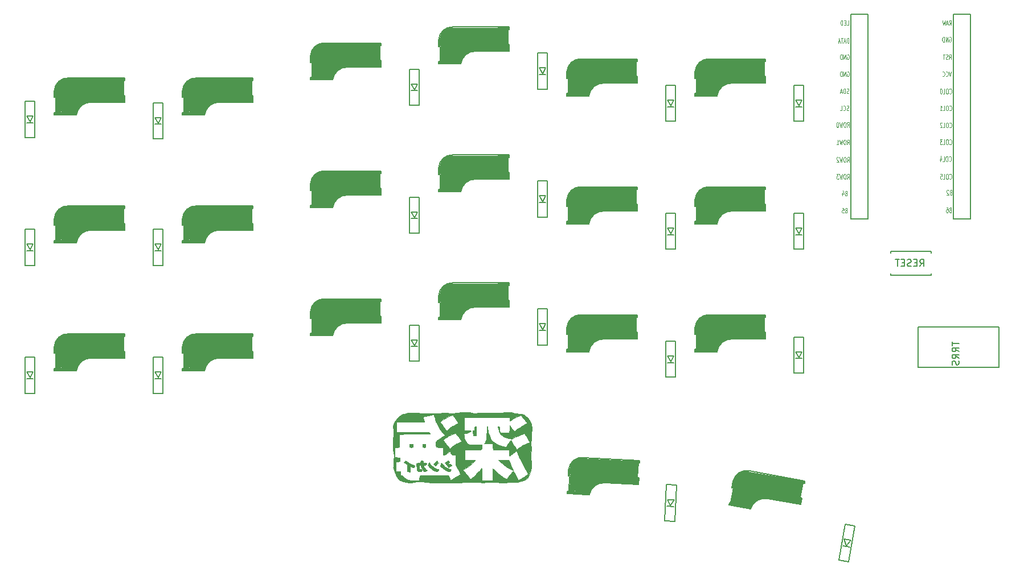
<source format=gbr>
G04 #@! TF.GenerationSoftware,KiCad,Pcbnew,(5.1.0)-1*
G04 #@! TF.CreationDate,2019-05-16T01:00:00+08:00*
G04 #@! TF.ProjectId,Shinkai,5368696e-6b61-4692-9e6b-696361645f70,rev?*
G04 #@! TF.SameCoordinates,Original*
G04 #@! TF.FileFunction,Legend,Bot*
G04 #@! TF.FilePolarity,Positive*
%FSLAX46Y46*%
G04 Gerber Fmt 4.6, Leading zero omitted, Abs format (unit mm)*
G04 Created by KiCad (PCBNEW (5.1.0)-1) date 2019-05-16 01:00:00*
%MOMM*%
%LPD*%
G04 APERTURE LIST*
%ADD10C,0.010000*%
%ADD11C,0.300000*%
%ADD12C,0.800000*%
%ADD13C,3.000000*%
%ADD14C,0.500000*%
%ADD15C,1.000000*%
%ADD16C,3.500000*%
%ADD17C,0.150000*%
%ADD18C,0.400000*%
%ADD19C,0.125000*%
G04 APERTURE END LIST*
D10*
G36*
X151940734Y-138617035D02*
G01*
X151937080Y-138617566D01*
X151871908Y-138638662D01*
X151833068Y-138695125D01*
X151809826Y-138811620D01*
X151797380Y-138938600D01*
X151779925Y-139107656D01*
X151756097Y-139198278D01*
X151714717Y-139233517D01*
X151652693Y-139236904D01*
X151586865Y-139238869D01*
X151554704Y-139269608D01*
X151549197Y-139352498D01*
X151563328Y-139510919D01*
X151565199Y-139528512D01*
X151591301Y-139743278D01*
X151622495Y-139876288D01*
X151671989Y-139947064D01*
X151752990Y-139975126D01*
X151870683Y-139980000D01*
X152085514Y-139980000D01*
X152076022Y-139332300D01*
X152071961Y-139045292D01*
X152067667Y-138844865D01*
X152060225Y-138716036D01*
X152046724Y-138643823D01*
X152024250Y-138613240D01*
X151989891Y-138609305D01*
X151940734Y-138617035D01*
X151940734Y-138617035D01*
G37*
X151940734Y-138617035D02*
X151937080Y-138617566D01*
X151871908Y-138638662D01*
X151833068Y-138695125D01*
X151809826Y-138811620D01*
X151797380Y-138938600D01*
X151779925Y-139107656D01*
X151756097Y-139198278D01*
X151714717Y-139233517D01*
X151652693Y-139236904D01*
X151586865Y-139238869D01*
X151554704Y-139269608D01*
X151549197Y-139352498D01*
X151563328Y-139510919D01*
X151565199Y-139528512D01*
X151591301Y-139743278D01*
X151622495Y-139876288D01*
X151671989Y-139947064D01*
X151752990Y-139975126D01*
X151870683Y-139980000D01*
X152085514Y-139980000D01*
X152076022Y-139332300D01*
X152071961Y-139045292D01*
X152067667Y-138844865D01*
X152060225Y-138716036D01*
X152046724Y-138643823D01*
X152024250Y-138613240D01*
X151989891Y-138609305D01*
X151940734Y-138617035D01*
G36*
X155485207Y-143697493D02*
G01*
X155999458Y-144210249D01*
X156574066Y-144642990D01*
X157202344Y-144990890D01*
X157394997Y-145075792D01*
X157512859Y-145121534D01*
X157559429Y-145124773D01*
X157555875Y-145085121D01*
X157551362Y-145072920D01*
X157512127Y-144980937D01*
X157447546Y-144838713D01*
X157410433Y-144759301D01*
X157341115Y-144607555D01*
X157248156Y-144397458D01*
X157147130Y-144164388D01*
X157101668Y-144057859D01*
X156902780Y-143589119D01*
X156145607Y-143587959D01*
X155388434Y-143586800D01*
X155485207Y-143697493D01*
X155485207Y-143697493D01*
G37*
X155485207Y-143697493D02*
X155999458Y-144210249D01*
X156574066Y-144642990D01*
X157202344Y-144990890D01*
X157394997Y-145075792D01*
X157512859Y-145121534D01*
X157559429Y-145124773D01*
X157555875Y-145085121D01*
X157551362Y-145072920D01*
X157512127Y-144980937D01*
X157447546Y-144838713D01*
X157410433Y-144759301D01*
X157341115Y-144607555D01*
X157248156Y-144397458D01*
X157147130Y-144164388D01*
X157101668Y-144057859D01*
X156902780Y-143589119D01*
X156145607Y-143587959D01*
X155388434Y-143586800D01*
X155485207Y-143697493D01*
G36*
X142173127Y-141415100D02*
G01*
X142181697Y-141557456D01*
X142188899Y-141653849D01*
X142190572Y-141669100D01*
X142239008Y-141693099D01*
X142349749Y-141704947D01*
X142484249Y-141704827D01*
X142603965Y-141692921D01*
X142670351Y-141669413D01*
X142672345Y-141666812D01*
X142681611Y-141595194D01*
X142674729Y-141464565D01*
X142668654Y-141412812D01*
X142640003Y-141199200D01*
X142161291Y-141199200D01*
X142173127Y-141415100D01*
X142173127Y-141415100D01*
G37*
X142173127Y-141415100D02*
X142181697Y-141557456D01*
X142188899Y-141653849D01*
X142190572Y-141669100D01*
X142239008Y-141693099D01*
X142349749Y-141704947D01*
X142484249Y-141704827D01*
X142603965Y-141692921D01*
X142670351Y-141669413D01*
X142672345Y-141666812D01*
X142681611Y-141595194D01*
X142674729Y-141464565D01*
X142668654Y-141412812D01*
X142640003Y-141199200D01*
X142161291Y-141199200D01*
X142173127Y-141415100D01*
G36*
X144175854Y-141204810D02*
G01*
X144114601Y-141231057D01*
X144103485Y-141292061D01*
X144105437Y-141313500D01*
X144116950Y-141455712D01*
X144122347Y-141567500D01*
X144133377Y-141654201D01*
X144178296Y-141694828D01*
X144285348Y-141706659D01*
X144350686Y-141707200D01*
X144490446Y-141700515D01*
X144551857Y-141673951D01*
X144557772Y-141618300D01*
X144544412Y-141504574D01*
X144536867Y-141364300D01*
X144528173Y-141261434D01*
X144489464Y-141213682D01*
X144392091Y-141199927D01*
X144312870Y-141199200D01*
X144175854Y-141204810D01*
X144175854Y-141204810D01*
G37*
X144175854Y-141204810D02*
X144114601Y-141231057D01*
X144103485Y-141292061D01*
X144105437Y-141313500D01*
X144116950Y-141455712D01*
X144122347Y-141567500D01*
X144133377Y-141654201D01*
X144178296Y-141694828D01*
X144285348Y-141706659D01*
X144350686Y-141707200D01*
X144490446Y-141700515D01*
X144551857Y-141673951D01*
X144557772Y-141618300D01*
X144544412Y-141504574D01*
X144536867Y-141364300D01*
X144528173Y-141261434D01*
X144489464Y-141213682D01*
X144392091Y-141199927D01*
X144312870Y-141199200D01*
X144175854Y-141204810D01*
G36*
X147665910Y-143840452D02*
G01*
X147422717Y-143994681D01*
X147530708Y-144146340D01*
X147603136Y-144243971D01*
X147645037Y-144292717D01*
X147647940Y-144294066D01*
X147692311Y-144267342D01*
X147795523Y-144203382D01*
X147873080Y-144154939D01*
X148015078Y-144057097D01*
X148075152Y-143979631D01*
X148062198Y-143897367D01*
X147997912Y-143801612D01*
X147909102Y-143686224D01*
X147665910Y-143840452D01*
X147665910Y-143840452D01*
G37*
X147665910Y-143840452D02*
X147422717Y-143994681D01*
X147530708Y-144146340D01*
X147603136Y-144243971D01*
X147645037Y-144292717D01*
X147647940Y-144294066D01*
X147692311Y-144267342D01*
X147795523Y-144203382D01*
X147873080Y-144154939D01*
X148015078Y-144057097D01*
X148075152Y-143979631D01*
X148062198Y-143897367D01*
X147997912Y-143801612D01*
X147909102Y-143686224D01*
X147665910Y-143840452D01*
G36*
X145924769Y-143960516D02*
G01*
X145675980Y-144186493D01*
X145799136Y-144318446D01*
X145888273Y-144405578D01*
X145946961Y-144447896D01*
X145951536Y-144448701D01*
X146001499Y-144416276D01*
X146103013Y-144333337D01*
X146221534Y-144229082D01*
X146462288Y-144011161D01*
X146317923Y-143872850D01*
X146173557Y-143734540D01*
X145924769Y-143960516D01*
X145924769Y-143960516D01*
G37*
X145924769Y-143960516D02*
X145675980Y-144186493D01*
X145799136Y-144318446D01*
X145888273Y-144405578D01*
X145946961Y-144447896D01*
X145951536Y-144448701D01*
X146001499Y-144416276D01*
X146103013Y-144333337D01*
X146221534Y-144229082D01*
X146462288Y-144011161D01*
X146317923Y-143872850D01*
X146173557Y-143734540D01*
X145924769Y-143960516D01*
G36*
X147964470Y-144240152D02*
G01*
X147865881Y-144314103D01*
X147772079Y-144395712D01*
X147748875Y-144455754D01*
X147786934Y-144535377D01*
X147808223Y-144568198D01*
X147878897Y-144662104D01*
X147928173Y-144703493D01*
X147929723Y-144703595D01*
X147987591Y-144677778D01*
X148099702Y-144612758D01*
X148177515Y-144563895D01*
X148300473Y-144479988D01*
X148378145Y-144417998D01*
X148392285Y-144399600D01*
X148364002Y-144345436D01*
X148299038Y-144253941D01*
X148208607Y-144174373D01*
X148103188Y-144168929D01*
X147964470Y-144240152D01*
X147964470Y-144240152D01*
G37*
X147964470Y-144240152D02*
X147865881Y-144314103D01*
X147772079Y-144395712D01*
X147748875Y-144455754D01*
X147786934Y-144535377D01*
X147808223Y-144568198D01*
X147878897Y-144662104D01*
X147928173Y-144703493D01*
X147929723Y-144703595D01*
X147987591Y-144677778D01*
X148099702Y-144612758D01*
X148177515Y-144563895D01*
X148300473Y-144479988D01*
X148378145Y-144417998D01*
X148392285Y-144399600D01*
X148364002Y-144345436D01*
X148299038Y-144253941D01*
X148208607Y-144174373D01*
X148103188Y-144168929D01*
X147964470Y-144240152D01*
G36*
X141431240Y-143792399D02*
G01*
X141268949Y-143924855D01*
X141527201Y-144124127D01*
X141785453Y-144323400D01*
X141787617Y-144833220D01*
X141789780Y-145343041D01*
X142196180Y-145345967D01*
X142196180Y-144561761D01*
X142450725Y-144658480D01*
X142622934Y-144721710D01*
X142726553Y-144745951D01*
X142787915Y-144728436D01*
X142833357Y-144666394D01*
X142859496Y-144615500D01*
X142914167Y-144506719D01*
X142946061Y-144443768D01*
X142913874Y-144414197D01*
X142813301Y-144383864D01*
X142795291Y-144380271D01*
X142566039Y-144311013D01*
X142303181Y-144192050D01*
X142046272Y-144044168D01*
X141834870Y-143888157D01*
X141802019Y-143858273D01*
X141593532Y-143659943D01*
X141431240Y-143792399D01*
X141431240Y-143792399D01*
G37*
X141431240Y-143792399D02*
X141268949Y-143924855D01*
X141527201Y-144124127D01*
X141785453Y-144323400D01*
X141787617Y-144833220D01*
X141789780Y-145343041D01*
X142196180Y-145345967D01*
X142196180Y-144561761D01*
X142450725Y-144658480D01*
X142622934Y-144721710D01*
X142726553Y-144745951D01*
X142787915Y-144728436D01*
X142833357Y-144666394D01*
X142859496Y-144615500D01*
X142914167Y-144506719D01*
X142946061Y-144443768D01*
X142913874Y-144414197D01*
X142813301Y-144383864D01*
X142795291Y-144380271D01*
X142566039Y-144311013D01*
X142303181Y-144192050D01*
X142046272Y-144044168D01*
X141834870Y-143888157D01*
X141802019Y-143858273D01*
X141593532Y-143659943D01*
X141431240Y-143792399D01*
G36*
X143986880Y-143698033D02*
G01*
X143861377Y-143716724D01*
X143807310Y-143762018D01*
X143794516Y-143860272D01*
X143794429Y-143866200D01*
X143783951Y-143968064D01*
X143735343Y-144006760D01*
X143617408Y-144006984D01*
X143616629Y-144006932D01*
X143475650Y-144013535D01*
X143330232Y-144043627D01*
X143214512Y-144087283D01*
X143162626Y-144134575D01*
X143162261Y-144139063D01*
X143167648Y-144200421D01*
X143181387Y-144338856D01*
X143201071Y-144530419D01*
X143213609Y-144650205D01*
X143248802Y-144923318D01*
X143293886Y-145110457D01*
X143359632Y-145227245D01*
X143456815Y-145289305D01*
X143596207Y-145312261D01*
X143671329Y-145314000D01*
X143821753Y-145307025D01*
X143900790Y-145277731D01*
X143938183Y-145213567D01*
X143942162Y-145199700D01*
X143973805Y-145045156D01*
X143955692Y-144965699D01*
X143877642Y-144942841D01*
X143803540Y-144947922D01*
X143689222Y-144944645D01*
X143618138Y-144891569D01*
X143581057Y-144772510D01*
X143568746Y-144571286D01*
X143568474Y-144535925D01*
X143574231Y-144410504D01*
X143606614Y-144359529D01*
X143686448Y-144356011D01*
X143705674Y-144358125D01*
X143814161Y-144396166D01*
X143868142Y-144497041D01*
X143874975Y-144526600D01*
X143949503Y-144753450D01*
X144070211Y-144980516D01*
X144216305Y-145175450D01*
X144366993Y-145305902D01*
X144381018Y-145313889D01*
X144481973Y-145311341D01*
X144599213Y-145233487D01*
X144740770Y-145111725D01*
X144553108Y-144946956D01*
X144413636Y-144796145D01*
X144300964Y-144623279D01*
X144236138Y-144463517D01*
X144228180Y-144404152D01*
X144273472Y-144370622D01*
X144387362Y-144344869D01*
X144444080Y-144339020D01*
X144579764Y-144323352D01*
X144642114Y-144287996D01*
X144659369Y-144210977D01*
X144659980Y-144171000D01*
X144653970Y-144079117D01*
X144618026Y-144034521D01*
X144525280Y-144020339D01*
X144418680Y-144019446D01*
X144273227Y-144016574D01*
X144202458Y-143994107D01*
X144179464Y-143933291D01*
X144177380Y-143851280D01*
X144170872Y-143741403D01*
X144131358Y-143697263D01*
X144028854Y-143694740D01*
X143986880Y-143698033D01*
X143986880Y-143698033D01*
G37*
X143986880Y-143698033D02*
X143861377Y-143716724D01*
X143807310Y-143762018D01*
X143794516Y-143860272D01*
X143794429Y-143866200D01*
X143783951Y-143968064D01*
X143735343Y-144006760D01*
X143617408Y-144006984D01*
X143616629Y-144006932D01*
X143475650Y-144013535D01*
X143330232Y-144043627D01*
X143214512Y-144087283D01*
X143162626Y-144134575D01*
X143162261Y-144139063D01*
X143167648Y-144200421D01*
X143181387Y-144338856D01*
X143201071Y-144530419D01*
X143213609Y-144650205D01*
X143248802Y-144923318D01*
X143293886Y-145110457D01*
X143359632Y-145227245D01*
X143456815Y-145289305D01*
X143596207Y-145312261D01*
X143671329Y-145314000D01*
X143821753Y-145307025D01*
X143900790Y-145277731D01*
X143938183Y-145213567D01*
X143942162Y-145199700D01*
X143973805Y-145045156D01*
X143955692Y-144965699D01*
X143877642Y-144942841D01*
X143803540Y-144947922D01*
X143689222Y-144944645D01*
X143618138Y-144891569D01*
X143581057Y-144772510D01*
X143568746Y-144571286D01*
X143568474Y-144535925D01*
X143574231Y-144410504D01*
X143606614Y-144359529D01*
X143686448Y-144356011D01*
X143705674Y-144358125D01*
X143814161Y-144396166D01*
X143868142Y-144497041D01*
X143874975Y-144526600D01*
X143949503Y-144753450D01*
X144070211Y-144980516D01*
X144216305Y-145175450D01*
X144366993Y-145305902D01*
X144381018Y-145313889D01*
X144481973Y-145311341D01*
X144599213Y-145233487D01*
X144740770Y-145111725D01*
X144553108Y-144946956D01*
X144413636Y-144796145D01*
X144300964Y-144623279D01*
X144236138Y-144463517D01*
X144228180Y-144404152D01*
X144273472Y-144370622D01*
X144387362Y-144344869D01*
X144444080Y-144339020D01*
X144579764Y-144323352D01*
X144642114Y-144287996D01*
X144659369Y-144210977D01*
X144659980Y-144171000D01*
X144653970Y-144079117D01*
X144618026Y-144034521D01*
X144525280Y-144020339D01*
X144418680Y-144019446D01*
X144273227Y-144016574D01*
X144202458Y-143994107D01*
X144179464Y-143933291D01*
X144177380Y-143851280D01*
X144170872Y-143741403D01*
X144131358Y-143697263D01*
X144028854Y-143694740D01*
X143986880Y-143698033D01*
G36*
X144985759Y-144148931D02*
G01*
X144924706Y-144278546D01*
X144892200Y-144376580D01*
X144890710Y-144389076D01*
X144922250Y-144457629D01*
X145006759Y-144572484D01*
X145117841Y-144699850D01*
X145358917Y-144912224D01*
X145654144Y-145105076D01*
X145960366Y-145252219D01*
X146110489Y-145302211D01*
X146231249Y-145326958D01*
X146306709Y-145303930D01*
X146379711Y-145215327D01*
X146402589Y-145180858D01*
X146483145Y-145051825D01*
X146507885Y-144985314D01*
X146479914Y-144961077D01*
X146436711Y-144958400D01*
X146285293Y-144931582D01*
X146084655Y-144861084D01*
X145868568Y-144761838D01*
X145670803Y-144648775D01*
X145566392Y-144573572D01*
X145409784Y-144426477D01*
X145265534Y-144260517D01*
X145209102Y-144181068D01*
X145078678Y-143974463D01*
X144985759Y-144148931D01*
X144985759Y-144148931D01*
G37*
X144985759Y-144148931D02*
X144924706Y-144278546D01*
X144892200Y-144376580D01*
X144890710Y-144389076D01*
X144922250Y-144457629D01*
X145006759Y-144572484D01*
X145117841Y-144699850D01*
X145358917Y-144912224D01*
X145654144Y-145105076D01*
X145960366Y-145252219D01*
X146110489Y-145302211D01*
X146231249Y-145326958D01*
X146306709Y-145303930D01*
X146379711Y-145215327D01*
X146402589Y-145180858D01*
X146483145Y-145051825D01*
X146507885Y-144985314D01*
X146479914Y-144961077D01*
X146436711Y-144958400D01*
X146285293Y-144931582D01*
X146084655Y-144861084D01*
X145868568Y-144761838D01*
X145670803Y-144648775D01*
X145566392Y-144573572D01*
X145409784Y-144426477D01*
X145265534Y-144260517D01*
X145209102Y-144181068D01*
X145078678Y-143974463D01*
X144985759Y-144148931D01*
G36*
X146825921Y-144247571D02*
G01*
X146757978Y-144365449D01*
X146720270Y-144443345D01*
X146717570Y-144454113D01*
X146750892Y-144501597D01*
X146838868Y-144599555D01*
X146963216Y-144727736D01*
X146976952Y-144741440D01*
X147158353Y-144899385D01*
X147366443Y-145045201D01*
X147583135Y-145170408D01*
X147790343Y-145266521D01*
X147969980Y-145325060D01*
X148103960Y-145337541D01*
X148171097Y-145301486D01*
X148226929Y-145210228D01*
X148279686Y-145126501D01*
X148316686Y-145056132D01*
X148299490Y-145013521D01*
X148210286Y-144978075D01*
X148132608Y-144956468D01*
X147734658Y-144806973D01*
X147387051Y-144591440D01*
X147108320Y-144322483D01*
X147016231Y-144196596D01*
X146934082Y-144070143D01*
X146825921Y-144247571D01*
X146825921Y-144247571D01*
G37*
X146825921Y-144247571D02*
X146757978Y-144365449D01*
X146720270Y-144443345D01*
X146717570Y-144454113D01*
X146750892Y-144501597D01*
X146838868Y-144599555D01*
X146963216Y-144727736D01*
X146976952Y-144741440D01*
X147158353Y-144899385D01*
X147366443Y-145045201D01*
X147583135Y-145170408D01*
X147790343Y-145266521D01*
X147969980Y-145325060D01*
X148103960Y-145337541D01*
X148171097Y-145301486D01*
X148226929Y-145210228D01*
X148279686Y-145126501D01*
X148316686Y-145056132D01*
X148299490Y-145013521D01*
X148210286Y-144978075D01*
X148132608Y-144956468D01*
X147734658Y-144806973D01*
X147387051Y-144591440D01*
X147108320Y-144322483D01*
X147016231Y-144196596D01*
X146934082Y-144070143D01*
X146825921Y-144247571D01*
G36*
X149756616Y-136502242D02*
G01*
X149420687Y-136549107D01*
X149076338Y-136600487D01*
X148740178Y-136635477D01*
X148434183Y-136652911D01*
X148180328Y-136651622D01*
X148000588Y-136630443D01*
X147981548Y-136625527D01*
X147791123Y-136584844D01*
X147582936Y-136572572D01*
X147324525Y-136587869D01*
X147174580Y-136604576D01*
X146998037Y-136619726D01*
X146743997Y-136631004D01*
X146407857Y-136638472D01*
X145985016Y-136642191D01*
X145470871Y-136642222D01*
X144860819Y-136638626D01*
X144710780Y-136637331D01*
X144452682Y-136636212D01*
X144174611Y-136636883D01*
X143948780Y-136639050D01*
X143722861Y-136635913D01*
X143449085Y-136622693D01*
X143180391Y-136602082D01*
X143135980Y-136597727D01*
X142487693Y-136566667D01*
X141887921Y-136609656D01*
X141346842Y-136725778D01*
X141207068Y-136771335D01*
X141024714Y-136837216D01*
X140884050Y-136896820D01*
X140767944Y-136964463D01*
X140659263Y-137054460D01*
X140540874Y-137181126D01*
X140395646Y-137358777D01*
X140206445Y-137601726D01*
X140194011Y-137617800D01*
X139986533Y-137898908D01*
X139843877Y-138127344D01*
X139758119Y-138321364D01*
X139721337Y-138499224D01*
X139725608Y-138679179D01*
X139727340Y-138693098D01*
X139765143Y-139054732D01*
X139786475Y-139417758D01*
X139790732Y-139754286D01*
X139777309Y-140036430D01*
X139759466Y-140173904D01*
X139737762Y-140336713D01*
X139716333Y-140573301D01*
X139697242Y-140855864D01*
X139682553Y-141156596D01*
X139678892Y-141259204D01*
X139670581Y-141573836D01*
X139669810Y-141809805D01*
X139678133Y-141989870D01*
X139697104Y-142136790D01*
X139728278Y-142273327D01*
X139754226Y-142362131D01*
X139808847Y-142575446D01*
X139835316Y-142789249D01*
X139837963Y-143046134D01*
X139834263Y-143149531D01*
X139817619Y-143508515D01*
X139800060Y-143847759D01*
X139782500Y-144152844D01*
X139765855Y-144409349D01*
X139751042Y-144602855D01*
X139738975Y-144718943D01*
X139732876Y-144746237D01*
X139744693Y-144796706D01*
X139790747Y-144916297D01*
X139862047Y-145082192D01*
X139887428Y-145138481D01*
X139981869Y-145361305D01*
X140068177Y-145591671D01*
X140128407Y-145781519D01*
X140130512Y-145789470D01*
X140252650Y-146113227D01*
X140429715Y-146380900D01*
X140648707Y-146574952D01*
X140755646Y-146632780D01*
X141207580Y-146802345D01*
X141657227Y-146914190D01*
X142084789Y-146965536D01*
X142470470Y-146953603D01*
X142704180Y-146906330D01*
X142893707Y-146870796D01*
X143160353Y-146848143D01*
X143480502Y-146838046D01*
X143830536Y-146840180D01*
X144186837Y-146854220D01*
X144525787Y-146879839D01*
X144823770Y-146916713D01*
X144939380Y-146937126D01*
X145162592Y-146976690D01*
X145377344Y-147002218D01*
X145611295Y-147015282D01*
X145892103Y-147017449D01*
X146234780Y-147010644D01*
X146655340Y-146999214D01*
X146995647Y-146990851D01*
X147277003Y-146985527D01*
X147520709Y-146983216D01*
X147748065Y-146983892D01*
X147980374Y-146987528D01*
X148238934Y-146994098D01*
X148545049Y-147003575D01*
X148668723Y-147007618D01*
X149039547Y-147017864D01*
X149325563Y-147020659D01*
X149543330Y-147015445D01*
X149709406Y-147001666D01*
X149840348Y-146978762D01*
X149887923Y-146966549D01*
X150018556Y-146945511D01*
X150232531Y-146928993D01*
X150511695Y-146916933D01*
X150837896Y-146909267D01*
X151192977Y-146905933D01*
X151558788Y-146906867D01*
X151917172Y-146912007D01*
X152249978Y-146921288D01*
X152539051Y-146934648D01*
X152766238Y-146952024D01*
X152913384Y-146973352D01*
X152928269Y-146977122D01*
X153067047Y-147001976D01*
X153220926Y-146994342D01*
X153426996Y-146951855D01*
X153461669Y-146943106D01*
X153688673Y-146898382D01*
X153926198Y-146872299D01*
X154083380Y-146869575D01*
X154530673Y-146892586D01*
X154888419Y-146912034D01*
X155168573Y-146928787D01*
X155383091Y-146943712D01*
X155543930Y-146957677D01*
X155663044Y-146971550D01*
X155752391Y-146986198D01*
X155785180Y-146993074D01*
X155960230Y-147024287D01*
X156126579Y-147031112D01*
X156324212Y-147013193D01*
X156496380Y-146986778D01*
X156836217Y-146932553D01*
X157102076Y-146897668D01*
X157319399Y-146880525D01*
X157513628Y-146879527D01*
X157710205Y-146893075D01*
X157811827Y-146904152D01*
X157958309Y-146914810D01*
X158107594Y-146908512D01*
X158278087Y-146881446D01*
X158488197Y-146829800D01*
X158756331Y-146749758D01*
X159100896Y-146637509D01*
X159104063Y-146636453D01*
X159383496Y-146496285D01*
X159646412Y-146276910D01*
X159868419Y-146000413D01*
X159939749Y-145879804D01*
X160024696Y-145673334D01*
X160104441Y-145394559D01*
X160173759Y-145072772D01*
X160227423Y-144737267D01*
X160260208Y-144417338D01*
X160266886Y-144142281D01*
X160262730Y-144069400D01*
X160238479Y-143787112D01*
X160213769Y-143511371D01*
X160190682Y-143264310D01*
X160171300Y-143068063D01*
X160157703Y-142944764D01*
X160155228Y-142926400D01*
X160160161Y-142838196D01*
X160184562Y-142687990D01*
X160213898Y-142549347D01*
X160257589Y-142235398D01*
X160251450Y-141970816D01*
X160227576Y-141700782D01*
X160213225Y-141399527D01*
X160208646Y-141096956D01*
X160211264Y-140965059D01*
X160020006Y-140965059D01*
X160018396Y-140966689D01*
X159965124Y-140991174D01*
X159850108Y-141038164D01*
X159787841Y-141062663D01*
X159395858Y-141231665D01*
X159002616Y-141430723D01*
X158638185Y-141643137D01*
X158332638Y-141852213D01*
X158253568Y-141914566D01*
X158080355Y-142057092D01*
X157801327Y-141615446D01*
X157660059Y-141392001D01*
X157517109Y-141166155D01*
X157395162Y-140973735D01*
X157351951Y-140905661D01*
X157181602Y-140637523D01*
X157030587Y-140809519D01*
X156927668Y-140944731D01*
X156815726Y-141119380D01*
X156709985Y-141305881D01*
X156625673Y-141476647D01*
X156578015Y-141604095D01*
X156572580Y-141639292D01*
X156545323Y-141687942D01*
X156449899Y-141691828D01*
X156407480Y-141685559D01*
X155995762Y-141584417D01*
X155561017Y-141423028D01*
X155137337Y-141217259D01*
X154758811Y-140982981D01*
X154551685Y-140821673D01*
X154379782Y-140630205D01*
X154209672Y-140367177D01*
X154056167Y-140061793D01*
X153934079Y-139743255D01*
X153861863Y-139461624D01*
X153842947Y-139344559D01*
X153818235Y-139175706D01*
X153792541Y-138990140D01*
X153770678Y-138822934D01*
X153757462Y-138709160D01*
X153755790Y-138688833D01*
X153712983Y-138631695D01*
X153691517Y-138621712D01*
X153666959Y-138639378D01*
X153649137Y-138718021D01*
X153637215Y-138867905D01*
X153630360Y-139099292D01*
X153627777Y-139404878D01*
X153618463Y-139866144D01*
X153591954Y-140238117D01*
X153546444Y-140531936D01*
X153480128Y-140758735D01*
X153391202Y-140929651D01*
X153377527Y-140948833D01*
X153306528Y-141050115D01*
X153271394Y-141110531D01*
X153270580Y-141114180D01*
X153318000Y-141122558D01*
X153446742Y-141129635D01*
X153636530Y-141134615D01*
X153842080Y-141136643D01*
X154077160Y-141137779D01*
X154277031Y-141139503D01*
X154418402Y-141141568D01*
X154475174Y-141143406D01*
X154509520Y-141189830D01*
X154533943Y-141326131D01*
X154549276Y-141557478D01*
X154551374Y-141617196D01*
X154565980Y-142085992D01*
X155772480Y-142085770D01*
X156978980Y-142085549D01*
X156978980Y-142556277D01*
X156980225Y-142775096D01*
X156986329Y-142908231D01*
X157000850Y-142971588D01*
X157027345Y-142981074D01*
X157067880Y-142953827D01*
X157144314Y-142893299D01*
X157280207Y-142787884D01*
X157454116Y-142654157D01*
X157588580Y-142551364D01*
X158020380Y-142222080D01*
X158115932Y-142434540D01*
X158247299Y-142718571D01*
X158410277Y-143058495D01*
X158594076Y-143432911D01*
X158787905Y-143820418D01*
X158980975Y-144199619D01*
X159162493Y-144549111D01*
X159321670Y-144847496D01*
X159438394Y-145057241D01*
X159562560Y-145275612D01*
X159665865Y-145462243D01*
X159738827Y-145599631D01*
X159771966Y-145670274D01*
X159772980Y-145674857D01*
X159733251Y-145716127D01*
X159625868Y-145799309D01*
X159468536Y-145911210D01*
X159328480Y-146006001D01*
X159139083Y-146132330D01*
X158979381Y-146240050D01*
X158869676Y-146315396D01*
X158833180Y-146341765D01*
X158707176Y-146435199D01*
X158567755Y-146527572D01*
X158446293Y-146599190D01*
X158374169Y-146630357D01*
X158373253Y-146630449D01*
X158333717Y-146588579D01*
X158260547Y-146470370D01*
X158162678Y-146291735D01*
X158049044Y-146068585D01*
X157992253Y-145951855D01*
X157874000Y-145712462D01*
X157767062Y-145509334D01*
X157680457Y-145358608D01*
X157623200Y-145276418D01*
X157609013Y-145266055D01*
X157541850Y-145301503D01*
X157429118Y-145400188D01*
X157286951Y-145544631D01*
X157131485Y-145717353D01*
X156978855Y-145900874D01*
X156845195Y-146077715D01*
X156802753Y-146139500D01*
X156699488Y-146285476D01*
X156613127Y-146390205D01*
X156561956Y-146431568D01*
X156561236Y-146431600D01*
X156482758Y-146404348D01*
X156342365Y-146331113D01*
X156161024Y-146224675D01*
X155959702Y-146097814D01*
X155759365Y-145963310D01*
X155581980Y-145834707D01*
X155407070Y-145690858D01*
X155198270Y-145503832D01*
X154990414Y-145305282D01*
X154908880Y-145223092D01*
X154540580Y-144844128D01*
X154540580Y-146634800D01*
X152883231Y-146634800D01*
X152887203Y-145720400D01*
X152886573Y-145354008D01*
X152880760Y-145084259D01*
X152869305Y-144906305D01*
X152851751Y-144815299D01*
X152827637Y-144806392D01*
X152804914Y-144850828D01*
X152742431Y-144953863D01*
X152619320Y-145108974D01*
X152450728Y-145300555D01*
X152251801Y-145513001D01*
X152037687Y-145730708D01*
X151823532Y-145938069D01*
X151624483Y-146119479D01*
X151455687Y-146259334D01*
X151394407Y-146304024D01*
X151264145Y-146389619D01*
X151190100Y-146421186D01*
X151146137Y-146404202D01*
X151116754Y-146362178D01*
X150968642Y-146142294D01*
X150772726Y-145889561D01*
X150645608Y-145741230D01*
X149702388Y-145741230D01*
X149656529Y-145770576D01*
X149558810Y-145837488D01*
X149526138Y-145860271D01*
X149417119Y-145933000D01*
X149348396Y-145972199D01*
X149340922Y-145974400D01*
X149291469Y-145999074D01*
X149172343Y-146066472D01*
X149000755Y-146166652D01*
X148793919Y-146289676D01*
X148767365Y-146305612D01*
X148215980Y-146636824D01*
X148124737Y-146419912D01*
X148053736Y-146252235D01*
X147988053Y-146098868D01*
X147972636Y-146063300D01*
X147911779Y-145923600D01*
X143717666Y-145923600D01*
X143671183Y-146045860D01*
X143637807Y-146175300D01*
X143612786Y-146344570D01*
X143608940Y-146388760D01*
X143588417Y-146532502D01*
X143555692Y-146630281D01*
X143542380Y-146646862D01*
X143459565Y-146667420D01*
X143298477Y-146676607D01*
X143081651Y-146675703D01*
X142831623Y-146665992D01*
X142570930Y-146648754D01*
X142322106Y-146625270D01*
X142107688Y-146596822D01*
X141950211Y-146564692D01*
X141917212Y-146554446D01*
X141656304Y-146416566D01*
X141393199Y-146194044D01*
X141238047Y-146047702D01*
X141121665Y-145964438D01*
X141018475Y-145928705D01*
X140948267Y-145923600D01*
X140773780Y-145923600D01*
X140773780Y-145263200D01*
X140082999Y-145263200D01*
X140082025Y-144552000D01*
X140083617Y-144295941D01*
X140088653Y-144080190D01*
X140096421Y-143923070D01*
X140106207Y-143842906D01*
X140109916Y-143836428D01*
X140172384Y-143832813D01*
X140305054Y-143827889D01*
X140443580Y-143823728D01*
X140748380Y-143815400D01*
X140749372Y-143231200D01*
X140355176Y-143231200D01*
X140168879Y-143226673D01*
X140028859Y-143214673D01*
X139959879Y-143197567D01*
X139956659Y-143193100D01*
X139954708Y-143131003D01*
X139952331Y-142986806D01*
X139949789Y-142780006D01*
X139947344Y-142530099D01*
X139946621Y-142443800D01*
X139940905Y-141732600D01*
X140293843Y-141707200D01*
X140646780Y-141681800D01*
X140642213Y-141504000D01*
X140638378Y-141390537D01*
X140630922Y-141198832D01*
X140620788Y-140952141D01*
X140608919Y-140673717D01*
X140603825Y-140557045D01*
X140592097Y-140246614D01*
X140588797Y-140024981D01*
X140594402Y-139879655D01*
X140609385Y-139798146D01*
X140633793Y-139768092D01*
X140696484Y-139764059D01*
X140850160Y-139760488D01*
X141084206Y-139757450D01*
X141388009Y-139755017D01*
X141750954Y-139753262D01*
X142162426Y-139752255D01*
X142611811Y-139752069D01*
X142945480Y-139752469D01*
X143412371Y-139752896D01*
X143846460Y-139752441D01*
X144237524Y-139751177D01*
X144575338Y-139749178D01*
X144849678Y-139746516D01*
X145050320Y-139743263D01*
X145167041Y-139739493D01*
X145193380Y-139736460D01*
X145170198Y-139683542D01*
X145113641Y-139581360D01*
X145106228Y-139568738D01*
X145019075Y-139421200D01*
X140164180Y-139421200D01*
X140164180Y-138690035D01*
X140166759Y-138379994D01*
X140175099Y-138160757D01*
X140190103Y-138021642D01*
X140212675Y-137951967D01*
X140227680Y-137939641D01*
X140291241Y-137935596D01*
X140444877Y-137932387D01*
X140677066Y-137930065D01*
X140976289Y-137928679D01*
X141331023Y-137928279D01*
X141729746Y-137928915D01*
X142160938Y-137930639D01*
X142221580Y-137930961D01*
X142658430Y-137932794D01*
X143066211Y-137933444D01*
X143433069Y-137932972D01*
X143747151Y-137931438D01*
X143996604Y-137928904D01*
X144169575Y-137925431D01*
X144254210Y-137921078D01*
X144257836Y-137920506D01*
X144363691Y-137899503D01*
X144247825Y-137555451D01*
X144195527Y-137382286D01*
X144166287Y-137248387D01*
X144165841Y-137180624D01*
X144167369Y-137178724D01*
X144234986Y-137150870D01*
X144378188Y-137111269D01*
X144572515Y-137065879D01*
X144793508Y-137020655D01*
X144888580Y-137003109D01*
X145004809Y-136979180D01*
X145178338Y-136939882D01*
X145337909Y-136901865D01*
X145568773Y-136855849D01*
X145716461Y-136852793D01*
X145790250Y-136893532D01*
X145802980Y-136943721D01*
X145819601Y-137034899D01*
X145863790Y-137194988D01*
X145927035Y-137397921D01*
X146000828Y-137617631D01*
X146076656Y-137828051D01*
X146146009Y-138003113D01*
X146157592Y-138029863D01*
X146371173Y-138485061D01*
X146580568Y-138865917D01*
X146801581Y-139197705D01*
X147050012Y-139505698D01*
X147148828Y-139615213D01*
X147424386Y-139912848D01*
X147210583Y-140031279D01*
X146962259Y-140178173D01*
X146697216Y-140350223D01*
X146448001Y-140525228D01*
X146247159Y-140680987D01*
X146205009Y-140717251D01*
X146093577Y-140826695D01*
X146044412Y-140920680D01*
X146038425Y-141044599D01*
X146042925Y-141102643D01*
X146059716Y-141265909D01*
X146077083Y-141400280D01*
X146081622Y-141427800D01*
X146099625Y-141560316D01*
X146104006Y-141618300D01*
X146116508Y-141659073D01*
X146161917Y-141685198D01*
X146258340Y-141699821D01*
X146423890Y-141706088D01*
X146615780Y-141707200D01*
X147123780Y-141707200D01*
X147123780Y-142291400D01*
X147124770Y-142542211D01*
X147129804Y-142708655D01*
X147141982Y-142807963D01*
X147164405Y-142857363D01*
X147200172Y-142874085D01*
X147228881Y-142875600D01*
X147312926Y-142847232D01*
X147455550Y-142770747D01*
X147634114Y-142659069D01*
X147763245Y-142570524D01*
X147958174Y-142430294D01*
X148086701Y-142346310D01*
X148169527Y-142322523D01*
X148227356Y-142362880D01*
X148280891Y-142471330D01*
X148350835Y-142651824D01*
X148363920Y-142685100D01*
X148411778Y-142793772D01*
X148465330Y-142850480D01*
X148556285Y-142872123D01*
X148716352Y-142875599D01*
X148721388Y-142875600D01*
X149003380Y-142875600D01*
X149003380Y-144261742D01*
X149359488Y-144999030D01*
X149478520Y-145247364D01*
X149579007Y-145460636D01*
X149653858Y-145623499D01*
X149695982Y-145720606D01*
X149702388Y-145741230D01*
X150645608Y-145741230D01*
X150557413Y-145638318D01*
X150351112Y-145422904D01*
X150299399Y-145374203D01*
X150164332Y-145247033D01*
X150067494Y-145148638D01*
X150025616Y-145096248D01*
X150025702Y-145092352D01*
X150076829Y-145061532D01*
X150189212Y-144996660D01*
X150298780Y-144934313D01*
X150935334Y-144521256D01*
X151514807Y-144031726D01*
X151528520Y-144018600D01*
X151684075Y-143865732D01*
X151807459Y-143737738D01*
X151882971Y-143651304D01*
X151898967Y-143624900D01*
X151851054Y-143611843D01*
X151718819Y-143600714D01*
X151519537Y-143592349D01*
X151270479Y-143587584D01*
X151111580Y-143586800D01*
X150324180Y-143586800D01*
X150324180Y-142084922D01*
X151573791Y-142086561D01*
X151969561Y-142086299D01*
X152275264Y-142083901D01*
X152502424Y-142078699D01*
X152662563Y-142070023D01*
X152767205Y-142057205D01*
X152827871Y-142039576D01*
X152856084Y-142016468D01*
X152858458Y-142012000D01*
X152877097Y-141922081D01*
X152889014Y-141768402D01*
X152891547Y-141631000D01*
X152889580Y-141326200D01*
X152120726Y-141344204D01*
X151778175Y-141349046D01*
X151516625Y-141344520D01*
X151315806Y-141329426D01*
X151155447Y-141302566D01*
X151077915Y-141282566D01*
X150804330Y-141159431D01*
X150586052Y-140962651D01*
X150495965Y-140813266D01*
X149911589Y-140813266D01*
X149439915Y-141046986D01*
X149180454Y-141184326D01*
X148915188Y-141339827D01*
X148665413Y-141499537D01*
X148452425Y-141649506D01*
X148297519Y-141775785D01*
X148245190Y-141829609D01*
X148174566Y-141895743D01*
X148141314Y-141910400D01*
X148099998Y-141871618D01*
X148010247Y-141764653D01*
X147883267Y-141603573D01*
X147730265Y-141402446D01*
X147639534Y-141280467D01*
X147478915Y-141059791D01*
X147342321Y-140866280D01*
X147240217Y-140715226D01*
X147183066Y-140621922D01*
X147174580Y-140601011D01*
X147215061Y-140549758D01*
X147323123Y-140460779D01*
X147478701Y-140347735D01*
X147661729Y-140224283D01*
X147852138Y-140104082D01*
X148029864Y-140000790D01*
X148139780Y-139944047D01*
X148431799Y-139806588D01*
X148646624Y-139709945D01*
X148798076Y-139649775D01*
X148899971Y-139621732D01*
X148966129Y-139621470D01*
X149010367Y-139644644D01*
X149029173Y-139664368D01*
X149086456Y-139736493D01*
X149191021Y-139871112D01*
X149328662Y-140049838D01*
X149485175Y-140254283D01*
X149506581Y-140282333D01*
X149911589Y-140813266D01*
X150495965Y-140813266D01*
X150420182Y-140687603D01*
X150303821Y-140329663D01*
X150240610Y-139947291D01*
X150211617Y-139685982D01*
X150432999Y-139648918D01*
X150576839Y-139613766D01*
X150752480Y-139555220D01*
X150936759Y-139483260D01*
X151106515Y-139407869D01*
X151238585Y-139339026D01*
X151309808Y-139286714D01*
X151314846Y-139268905D01*
X151256844Y-139251790D01*
X151121856Y-139238406D01*
X150934482Y-139230804D01*
X150845890Y-139229828D01*
X150637557Y-139228731D01*
X150465122Y-139226786D01*
X150356123Y-139224344D01*
X150336880Y-139223343D01*
X150313805Y-139196773D01*
X150296609Y-139114712D01*
X150284646Y-138967016D01*
X150277267Y-138743540D01*
X150273828Y-138434138D01*
X150273380Y-138227400D01*
X150273380Y-138094792D01*
X149458026Y-138094792D01*
X149091003Y-138280590D01*
X148845100Y-138413433D01*
X148580760Y-138570106D01*
X148320089Y-138736087D01*
X148085192Y-138896852D01*
X147898175Y-139037878D01*
X147789012Y-139135981D01*
X147666844Y-139266698D01*
X147434562Y-138950249D01*
X147320709Y-138796498D01*
X147230066Y-138676598D01*
X147179295Y-138612532D01*
X147175441Y-138608400D01*
X147131292Y-138554595D01*
X147047380Y-138444413D01*
X146943056Y-138304108D01*
X146837669Y-138159934D01*
X146750571Y-138038147D01*
X146701110Y-137965002D01*
X146700488Y-137963965D01*
X146718630Y-137900790D01*
X146815600Y-137803221D01*
X146978069Y-137679638D01*
X147192706Y-137538420D01*
X147446182Y-137387945D01*
X147725168Y-137236592D01*
X148016332Y-137092739D01*
X148258292Y-136984790D01*
X148398648Y-136926601D01*
X148493996Y-136889019D01*
X148517881Y-136881200D01*
X148551895Y-136919352D01*
X148636271Y-137024474D01*
X148759999Y-137182566D01*
X148912073Y-137379628D01*
X148994992Y-137487996D01*
X149458026Y-138094792D01*
X150273380Y-138094792D01*
X150273380Y-137236800D01*
X157029780Y-137236800D01*
X157029780Y-137800480D01*
X157248334Y-137650111D01*
X157395462Y-137558021D01*
X157596457Y-137444340D01*
X157828098Y-137320841D01*
X158067166Y-137199296D01*
X158290440Y-137091478D01*
X158474699Y-137009160D01*
X158596723Y-136964115D01*
X158605942Y-136961804D01*
X158660813Y-136958348D01*
X158719142Y-136981491D01*
X158792559Y-137042532D01*
X158892696Y-137152772D01*
X159031185Y-137323510D01*
X159194964Y-137534003D01*
X159658347Y-138134825D01*
X159321964Y-138303569D01*
X158943831Y-138509059D01*
X158564754Y-138743237D01*
X158220303Y-138983180D01*
X158013393Y-139146906D01*
X157752406Y-139368495D01*
X157403793Y-138911004D01*
X157055180Y-138453514D01*
X157029780Y-139001233D01*
X157004380Y-139548953D01*
X156293180Y-139548576D01*
X155581980Y-139548200D01*
X155556580Y-139091000D01*
X155542922Y-138873886D01*
X155527181Y-138738063D01*
X155503125Y-138663305D01*
X155464522Y-138629387D01*
X155410471Y-138616820D01*
X155339341Y-138612863D01*
X155308743Y-138643731D01*
X155309484Y-138733674D01*
X155323816Y-138845420D01*
X155403338Y-139240994D01*
X155525443Y-139555536D01*
X155698912Y-139803827D01*
X155932525Y-140000647D01*
X156052955Y-140072754D01*
X156177490Y-140137261D01*
X156299537Y-140190564D01*
X156442785Y-140240719D01*
X156630928Y-140295781D01*
X156887655Y-140363805D01*
X156974912Y-140386235D01*
X157351844Y-140482749D01*
X157642571Y-140312358D01*
X157920910Y-140158526D01*
X158211667Y-140018761D01*
X158546947Y-139878369D01*
X158815981Y-139775335D01*
X159205181Y-139630273D01*
X159558787Y-140173436D01*
X159747697Y-140466344D01*
X159883556Y-140683817D01*
X159971082Y-140833999D01*
X160014992Y-140925032D01*
X160020006Y-140965059D01*
X160211264Y-140965059D01*
X160214086Y-140822973D01*
X160229795Y-140607483D01*
X160239587Y-140541226D01*
X160255395Y-140414637D01*
X160272190Y-140208939D01*
X160288522Y-139946593D01*
X160302936Y-139650061D01*
X160311018Y-139436837D01*
X160320709Y-139101567D01*
X160323611Y-138848643D01*
X160318738Y-138658977D01*
X160305105Y-138513479D01*
X160281727Y-138393063D01*
X160251889Y-138291411D01*
X160105192Y-137932943D01*
X159913716Y-137592377D01*
X159692593Y-137290420D01*
X159456958Y-137047782D01*
X159225592Y-136887021D01*
X159056362Y-136826977D01*
X158822623Y-136779400D01*
X158628871Y-136756883D01*
X158410408Y-136732486D01*
X158131911Y-136691511D01*
X157832374Y-136640099D01*
X157600684Y-136594935D01*
X157234197Y-136527196D01*
X156954075Y-136494019D01*
X156764683Y-136495916D01*
X156762484Y-136496225D01*
X156571291Y-136517323D01*
X156304199Y-136538411D01*
X155986901Y-136558191D01*
X155645090Y-136575361D01*
X155304459Y-136588623D01*
X154990701Y-136596676D01*
X154743780Y-136598340D01*
X154525981Y-136596489D01*
X154236118Y-136593613D01*
X153903717Y-136590025D01*
X153558306Y-136586039D01*
X153346780Y-136583460D01*
X152872717Y-136583499D01*
X152491307Y-136596490D01*
X152205831Y-136622284D01*
X152102180Y-136639507D01*
X151924887Y-136671872D01*
X151789215Y-136680519D01*
X151654420Y-136662533D01*
X151479762Y-136614997D01*
X151395593Y-136588933D01*
X151061820Y-136514935D01*
X150659357Y-136475456D01*
X150215269Y-136471044D01*
X149756616Y-136502242D01*
X149756616Y-136502242D01*
G37*
X149756616Y-136502242D02*
X149420687Y-136549107D01*
X149076338Y-136600487D01*
X148740178Y-136635477D01*
X148434183Y-136652911D01*
X148180328Y-136651622D01*
X148000588Y-136630443D01*
X147981548Y-136625527D01*
X147791123Y-136584844D01*
X147582936Y-136572572D01*
X147324525Y-136587869D01*
X147174580Y-136604576D01*
X146998037Y-136619726D01*
X146743997Y-136631004D01*
X146407857Y-136638472D01*
X145985016Y-136642191D01*
X145470871Y-136642222D01*
X144860819Y-136638626D01*
X144710780Y-136637331D01*
X144452682Y-136636212D01*
X144174611Y-136636883D01*
X143948780Y-136639050D01*
X143722861Y-136635913D01*
X143449085Y-136622693D01*
X143180391Y-136602082D01*
X143135980Y-136597727D01*
X142487693Y-136566667D01*
X141887921Y-136609656D01*
X141346842Y-136725778D01*
X141207068Y-136771335D01*
X141024714Y-136837216D01*
X140884050Y-136896820D01*
X140767944Y-136964463D01*
X140659263Y-137054460D01*
X140540874Y-137181126D01*
X140395646Y-137358777D01*
X140206445Y-137601726D01*
X140194011Y-137617800D01*
X139986533Y-137898908D01*
X139843877Y-138127344D01*
X139758119Y-138321364D01*
X139721337Y-138499224D01*
X139725608Y-138679179D01*
X139727340Y-138693098D01*
X139765143Y-139054732D01*
X139786475Y-139417758D01*
X139790732Y-139754286D01*
X139777309Y-140036430D01*
X139759466Y-140173904D01*
X139737762Y-140336713D01*
X139716333Y-140573301D01*
X139697242Y-140855864D01*
X139682553Y-141156596D01*
X139678892Y-141259204D01*
X139670581Y-141573836D01*
X139669810Y-141809805D01*
X139678133Y-141989870D01*
X139697104Y-142136790D01*
X139728278Y-142273327D01*
X139754226Y-142362131D01*
X139808847Y-142575446D01*
X139835316Y-142789249D01*
X139837963Y-143046134D01*
X139834263Y-143149531D01*
X139817619Y-143508515D01*
X139800060Y-143847759D01*
X139782500Y-144152844D01*
X139765855Y-144409349D01*
X139751042Y-144602855D01*
X139738975Y-144718943D01*
X139732876Y-144746237D01*
X139744693Y-144796706D01*
X139790747Y-144916297D01*
X139862047Y-145082192D01*
X139887428Y-145138481D01*
X139981869Y-145361305D01*
X140068177Y-145591671D01*
X140128407Y-145781519D01*
X140130512Y-145789470D01*
X140252650Y-146113227D01*
X140429715Y-146380900D01*
X140648707Y-146574952D01*
X140755646Y-146632780D01*
X141207580Y-146802345D01*
X141657227Y-146914190D01*
X142084789Y-146965536D01*
X142470470Y-146953603D01*
X142704180Y-146906330D01*
X142893707Y-146870796D01*
X143160353Y-146848143D01*
X143480502Y-146838046D01*
X143830536Y-146840180D01*
X144186837Y-146854220D01*
X144525787Y-146879839D01*
X144823770Y-146916713D01*
X144939380Y-146937126D01*
X145162592Y-146976690D01*
X145377344Y-147002218D01*
X145611295Y-147015282D01*
X145892103Y-147017449D01*
X146234780Y-147010644D01*
X146655340Y-146999214D01*
X146995647Y-146990851D01*
X147277003Y-146985527D01*
X147520709Y-146983216D01*
X147748065Y-146983892D01*
X147980374Y-146987528D01*
X148238934Y-146994098D01*
X148545049Y-147003575D01*
X148668723Y-147007618D01*
X149039547Y-147017864D01*
X149325563Y-147020659D01*
X149543330Y-147015445D01*
X149709406Y-147001666D01*
X149840348Y-146978762D01*
X149887923Y-146966549D01*
X150018556Y-146945511D01*
X150232531Y-146928993D01*
X150511695Y-146916933D01*
X150837896Y-146909267D01*
X151192977Y-146905933D01*
X151558788Y-146906867D01*
X151917172Y-146912007D01*
X152249978Y-146921288D01*
X152539051Y-146934648D01*
X152766238Y-146952024D01*
X152913384Y-146973352D01*
X152928269Y-146977122D01*
X153067047Y-147001976D01*
X153220926Y-146994342D01*
X153426996Y-146951855D01*
X153461669Y-146943106D01*
X153688673Y-146898382D01*
X153926198Y-146872299D01*
X154083380Y-146869575D01*
X154530673Y-146892586D01*
X154888419Y-146912034D01*
X155168573Y-146928787D01*
X155383091Y-146943712D01*
X155543930Y-146957677D01*
X155663044Y-146971550D01*
X155752391Y-146986198D01*
X155785180Y-146993074D01*
X155960230Y-147024287D01*
X156126579Y-147031112D01*
X156324212Y-147013193D01*
X156496380Y-146986778D01*
X156836217Y-146932553D01*
X157102076Y-146897668D01*
X157319399Y-146880525D01*
X157513628Y-146879527D01*
X157710205Y-146893075D01*
X157811827Y-146904152D01*
X157958309Y-146914810D01*
X158107594Y-146908512D01*
X158278087Y-146881446D01*
X158488197Y-146829800D01*
X158756331Y-146749758D01*
X159100896Y-146637509D01*
X159104063Y-146636453D01*
X159383496Y-146496285D01*
X159646412Y-146276910D01*
X159868419Y-146000413D01*
X159939749Y-145879804D01*
X160024696Y-145673334D01*
X160104441Y-145394559D01*
X160173759Y-145072772D01*
X160227423Y-144737267D01*
X160260208Y-144417338D01*
X160266886Y-144142281D01*
X160262730Y-144069400D01*
X160238479Y-143787112D01*
X160213769Y-143511371D01*
X160190682Y-143264310D01*
X160171300Y-143068063D01*
X160157703Y-142944764D01*
X160155228Y-142926400D01*
X160160161Y-142838196D01*
X160184562Y-142687990D01*
X160213898Y-142549347D01*
X160257589Y-142235398D01*
X160251450Y-141970816D01*
X160227576Y-141700782D01*
X160213225Y-141399527D01*
X160208646Y-141096956D01*
X160211264Y-140965059D01*
X160020006Y-140965059D01*
X160018396Y-140966689D01*
X159965124Y-140991174D01*
X159850108Y-141038164D01*
X159787841Y-141062663D01*
X159395858Y-141231665D01*
X159002616Y-141430723D01*
X158638185Y-141643137D01*
X158332638Y-141852213D01*
X158253568Y-141914566D01*
X158080355Y-142057092D01*
X157801327Y-141615446D01*
X157660059Y-141392001D01*
X157517109Y-141166155D01*
X157395162Y-140973735D01*
X157351951Y-140905661D01*
X157181602Y-140637523D01*
X157030587Y-140809519D01*
X156927668Y-140944731D01*
X156815726Y-141119380D01*
X156709985Y-141305881D01*
X156625673Y-141476647D01*
X156578015Y-141604095D01*
X156572580Y-141639292D01*
X156545323Y-141687942D01*
X156449899Y-141691828D01*
X156407480Y-141685559D01*
X155995762Y-141584417D01*
X155561017Y-141423028D01*
X155137337Y-141217259D01*
X154758811Y-140982981D01*
X154551685Y-140821673D01*
X154379782Y-140630205D01*
X154209672Y-140367177D01*
X154056167Y-140061793D01*
X153934079Y-139743255D01*
X153861863Y-139461624D01*
X153842947Y-139344559D01*
X153818235Y-139175706D01*
X153792541Y-138990140D01*
X153770678Y-138822934D01*
X153757462Y-138709160D01*
X153755790Y-138688833D01*
X153712983Y-138631695D01*
X153691517Y-138621712D01*
X153666959Y-138639378D01*
X153649137Y-138718021D01*
X153637215Y-138867905D01*
X153630360Y-139099292D01*
X153627777Y-139404878D01*
X153618463Y-139866144D01*
X153591954Y-140238117D01*
X153546444Y-140531936D01*
X153480128Y-140758735D01*
X153391202Y-140929651D01*
X153377527Y-140948833D01*
X153306528Y-141050115D01*
X153271394Y-141110531D01*
X153270580Y-141114180D01*
X153318000Y-141122558D01*
X153446742Y-141129635D01*
X153636530Y-141134615D01*
X153842080Y-141136643D01*
X154077160Y-141137779D01*
X154277031Y-141139503D01*
X154418402Y-141141568D01*
X154475174Y-141143406D01*
X154509520Y-141189830D01*
X154533943Y-141326131D01*
X154549276Y-141557478D01*
X154551374Y-141617196D01*
X154565980Y-142085992D01*
X155772480Y-142085770D01*
X156978980Y-142085549D01*
X156978980Y-142556277D01*
X156980225Y-142775096D01*
X156986329Y-142908231D01*
X157000850Y-142971588D01*
X157027345Y-142981074D01*
X157067880Y-142953827D01*
X157144314Y-142893299D01*
X157280207Y-142787884D01*
X157454116Y-142654157D01*
X157588580Y-142551364D01*
X158020380Y-142222080D01*
X158115932Y-142434540D01*
X158247299Y-142718571D01*
X158410277Y-143058495D01*
X158594076Y-143432911D01*
X158787905Y-143820418D01*
X158980975Y-144199619D01*
X159162493Y-144549111D01*
X159321670Y-144847496D01*
X159438394Y-145057241D01*
X159562560Y-145275612D01*
X159665865Y-145462243D01*
X159738827Y-145599631D01*
X159771966Y-145670274D01*
X159772980Y-145674857D01*
X159733251Y-145716127D01*
X159625868Y-145799309D01*
X159468536Y-145911210D01*
X159328480Y-146006001D01*
X159139083Y-146132330D01*
X158979381Y-146240050D01*
X158869676Y-146315396D01*
X158833180Y-146341765D01*
X158707176Y-146435199D01*
X158567755Y-146527572D01*
X158446293Y-146599190D01*
X158374169Y-146630357D01*
X158373253Y-146630449D01*
X158333717Y-146588579D01*
X158260547Y-146470370D01*
X158162678Y-146291735D01*
X158049044Y-146068585D01*
X157992253Y-145951855D01*
X157874000Y-145712462D01*
X157767062Y-145509334D01*
X157680457Y-145358608D01*
X157623200Y-145276418D01*
X157609013Y-145266055D01*
X157541850Y-145301503D01*
X157429118Y-145400188D01*
X157286951Y-145544631D01*
X157131485Y-145717353D01*
X156978855Y-145900874D01*
X156845195Y-146077715D01*
X156802753Y-146139500D01*
X156699488Y-146285476D01*
X156613127Y-146390205D01*
X156561956Y-146431568D01*
X156561236Y-146431600D01*
X156482758Y-146404348D01*
X156342365Y-146331113D01*
X156161024Y-146224675D01*
X155959702Y-146097814D01*
X155759365Y-145963310D01*
X155581980Y-145834707D01*
X155407070Y-145690858D01*
X155198270Y-145503832D01*
X154990414Y-145305282D01*
X154908880Y-145223092D01*
X154540580Y-144844128D01*
X154540580Y-146634800D01*
X152883231Y-146634800D01*
X152887203Y-145720400D01*
X152886573Y-145354008D01*
X152880760Y-145084259D01*
X152869305Y-144906305D01*
X152851751Y-144815299D01*
X152827637Y-144806392D01*
X152804914Y-144850828D01*
X152742431Y-144953863D01*
X152619320Y-145108974D01*
X152450728Y-145300555D01*
X152251801Y-145513001D01*
X152037687Y-145730708D01*
X151823532Y-145938069D01*
X151624483Y-146119479D01*
X151455687Y-146259334D01*
X151394407Y-146304024D01*
X151264145Y-146389619D01*
X151190100Y-146421186D01*
X151146137Y-146404202D01*
X151116754Y-146362178D01*
X150968642Y-146142294D01*
X150772726Y-145889561D01*
X150645608Y-145741230D01*
X149702388Y-145741230D01*
X149656529Y-145770576D01*
X149558810Y-145837488D01*
X149526138Y-145860271D01*
X149417119Y-145933000D01*
X149348396Y-145972199D01*
X149340922Y-145974400D01*
X149291469Y-145999074D01*
X149172343Y-146066472D01*
X149000755Y-146166652D01*
X148793919Y-146289676D01*
X148767365Y-146305612D01*
X148215980Y-146636824D01*
X148124737Y-146419912D01*
X148053736Y-146252235D01*
X147988053Y-146098868D01*
X147972636Y-146063300D01*
X147911779Y-145923600D01*
X143717666Y-145923600D01*
X143671183Y-146045860D01*
X143637807Y-146175300D01*
X143612786Y-146344570D01*
X143608940Y-146388760D01*
X143588417Y-146532502D01*
X143555692Y-146630281D01*
X143542380Y-146646862D01*
X143459565Y-146667420D01*
X143298477Y-146676607D01*
X143081651Y-146675703D01*
X142831623Y-146665992D01*
X142570930Y-146648754D01*
X142322106Y-146625270D01*
X142107688Y-146596822D01*
X141950211Y-146564692D01*
X141917212Y-146554446D01*
X141656304Y-146416566D01*
X141393199Y-146194044D01*
X141238047Y-146047702D01*
X141121665Y-145964438D01*
X141018475Y-145928705D01*
X140948267Y-145923600D01*
X140773780Y-145923600D01*
X140773780Y-145263200D01*
X140082999Y-145263200D01*
X140082025Y-144552000D01*
X140083617Y-144295941D01*
X140088653Y-144080190D01*
X140096421Y-143923070D01*
X140106207Y-143842906D01*
X140109916Y-143836428D01*
X140172384Y-143832813D01*
X140305054Y-143827889D01*
X140443580Y-143823728D01*
X140748380Y-143815400D01*
X140749372Y-143231200D01*
X140355176Y-143231200D01*
X140168879Y-143226673D01*
X140028859Y-143214673D01*
X139959879Y-143197567D01*
X139956659Y-143193100D01*
X139954708Y-143131003D01*
X139952331Y-142986806D01*
X139949789Y-142780006D01*
X139947344Y-142530099D01*
X139946621Y-142443800D01*
X139940905Y-141732600D01*
X140293843Y-141707200D01*
X140646780Y-141681800D01*
X140642213Y-141504000D01*
X140638378Y-141390537D01*
X140630922Y-141198832D01*
X140620788Y-140952141D01*
X140608919Y-140673717D01*
X140603825Y-140557045D01*
X140592097Y-140246614D01*
X140588797Y-140024981D01*
X140594402Y-139879655D01*
X140609385Y-139798146D01*
X140633793Y-139768092D01*
X140696484Y-139764059D01*
X140850160Y-139760488D01*
X141084206Y-139757450D01*
X141388009Y-139755017D01*
X141750954Y-139753262D01*
X142162426Y-139752255D01*
X142611811Y-139752069D01*
X142945480Y-139752469D01*
X143412371Y-139752896D01*
X143846460Y-139752441D01*
X144237524Y-139751177D01*
X144575338Y-139749178D01*
X144849678Y-139746516D01*
X145050320Y-139743263D01*
X145167041Y-139739493D01*
X145193380Y-139736460D01*
X145170198Y-139683542D01*
X145113641Y-139581360D01*
X145106228Y-139568738D01*
X145019075Y-139421200D01*
X140164180Y-139421200D01*
X140164180Y-138690035D01*
X140166759Y-138379994D01*
X140175099Y-138160757D01*
X140190103Y-138021642D01*
X140212675Y-137951967D01*
X140227680Y-137939641D01*
X140291241Y-137935596D01*
X140444877Y-137932387D01*
X140677066Y-137930065D01*
X140976289Y-137928679D01*
X141331023Y-137928279D01*
X141729746Y-137928915D01*
X142160938Y-137930639D01*
X142221580Y-137930961D01*
X142658430Y-137932794D01*
X143066211Y-137933444D01*
X143433069Y-137932972D01*
X143747151Y-137931438D01*
X143996604Y-137928904D01*
X144169575Y-137925431D01*
X144254210Y-137921078D01*
X144257836Y-137920506D01*
X144363691Y-137899503D01*
X144247825Y-137555451D01*
X144195527Y-137382286D01*
X144166287Y-137248387D01*
X144165841Y-137180624D01*
X144167369Y-137178724D01*
X144234986Y-137150870D01*
X144378188Y-137111269D01*
X144572515Y-137065879D01*
X144793508Y-137020655D01*
X144888580Y-137003109D01*
X145004809Y-136979180D01*
X145178338Y-136939882D01*
X145337909Y-136901865D01*
X145568773Y-136855849D01*
X145716461Y-136852793D01*
X145790250Y-136893532D01*
X145802980Y-136943721D01*
X145819601Y-137034899D01*
X145863790Y-137194988D01*
X145927035Y-137397921D01*
X146000828Y-137617631D01*
X146076656Y-137828051D01*
X146146009Y-138003113D01*
X146157592Y-138029863D01*
X146371173Y-138485061D01*
X146580568Y-138865917D01*
X146801581Y-139197705D01*
X147050012Y-139505698D01*
X147148828Y-139615213D01*
X147424386Y-139912848D01*
X147210583Y-140031279D01*
X146962259Y-140178173D01*
X146697216Y-140350223D01*
X146448001Y-140525228D01*
X146247159Y-140680987D01*
X146205009Y-140717251D01*
X146093577Y-140826695D01*
X146044412Y-140920680D01*
X146038425Y-141044599D01*
X146042925Y-141102643D01*
X146059716Y-141265909D01*
X146077083Y-141400280D01*
X146081622Y-141427800D01*
X146099625Y-141560316D01*
X146104006Y-141618300D01*
X146116508Y-141659073D01*
X146161917Y-141685198D01*
X146258340Y-141699821D01*
X146423890Y-141706088D01*
X146615780Y-141707200D01*
X147123780Y-141707200D01*
X147123780Y-142291400D01*
X147124770Y-142542211D01*
X147129804Y-142708655D01*
X147141982Y-142807963D01*
X147164405Y-142857363D01*
X147200172Y-142874085D01*
X147228881Y-142875600D01*
X147312926Y-142847232D01*
X147455550Y-142770747D01*
X147634114Y-142659069D01*
X147763245Y-142570524D01*
X147958174Y-142430294D01*
X148086701Y-142346310D01*
X148169527Y-142322523D01*
X148227356Y-142362880D01*
X148280891Y-142471330D01*
X148350835Y-142651824D01*
X148363920Y-142685100D01*
X148411778Y-142793772D01*
X148465330Y-142850480D01*
X148556285Y-142872123D01*
X148716352Y-142875599D01*
X148721388Y-142875600D01*
X149003380Y-142875600D01*
X149003380Y-144261742D01*
X149359488Y-144999030D01*
X149478520Y-145247364D01*
X149579007Y-145460636D01*
X149653858Y-145623499D01*
X149695982Y-145720606D01*
X149702388Y-145741230D01*
X150645608Y-145741230D01*
X150557413Y-145638318D01*
X150351112Y-145422904D01*
X150299399Y-145374203D01*
X150164332Y-145247033D01*
X150067494Y-145148638D01*
X150025616Y-145096248D01*
X150025702Y-145092352D01*
X150076829Y-145061532D01*
X150189212Y-144996660D01*
X150298780Y-144934313D01*
X150935334Y-144521256D01*
X151514807Y-144031726D01*
X151528520Y-144018600D01*
X151684075Y-143865732D01*
X151807459Y-143737738D01*
X151882971Y-143651304D01*
X151898967Y-143624900D01*
X151851054Y-143611843D01*
X151718819Y-143600714D01*
X151519537Y-143592349D01*
X151270479Y-143587584D01*
X151111580Y-143586800D01*
X150324180Y-143586800D01*
X150324180Y-142084922D01*
X151573791Y-142086561D01*
X151969561Y-142086299D01*
X152275264Y-142083901D01*
X152502424Y-142078699D01*
X152662563Y-142070023D01*
X152767205Y-142057205D01*
X152827871Y-142039576D01*
X152856084Y-142016468D01*
X152858458Y-142012000D01*
X152877097Y-141922081D01*
X152889014Y-141768402D01*
X152891547Y-141631000D01*
X152889580Y-141326200D01*
X152120726Y-141344204D01*
X151778175Y-141349046D01*
X151516625Y-141344520D01*
X151315806Y-141329426D01*
X151155447Y-141302566D01*
X151077915Y-141282566D01*
X150804330Y-141159431D01*
X150586052Y-140962651D01*
X150495965Y-140813266D01*
X149911589Y-140813266D01*
X149439915Y-141046986D01*
X149180454Y-141184326D01*
X148915188Y-141339827D01*
X148665413Y-141499537D01*
X148452425Y-141649506D01*
X148297519Y-141775785D01*
X148245190Y-141829609D01*
X148174566Y-141895743D01*
X148141314Y-141910400D01*
X148099998Y-141871618D01*
X148010247Y-141764653D01*
X147883267Y-141603573D01*
X147730265Y-141402446D01*
X147639534Y-141280467D01*
X147478915Y-141059791D01*
X147342321Y-140866280D01*
X147240217Y-140715226D01*
X147183066Y-140621922D01*
X147174580Y-140601011D01*
X147215061Y-140549758D01*
X147323123Y-140460779D01*
X147478701Y-140347735D01*
X147661729Y-140224283D01*
X147852138Y-140104082D01*
X148029864Y-140000790D01*
X148139780Y-139944047D01*
X148431799Y-139806588D01*
X148646624Y-139709945D01*
X148798076Y-139649775D01*
X148899971Y-139621732D01*
X148966129Y-139621470D01*
X149010367Y-139644644D01*
X149029173Y-139664368D01*
X149086456Y-139736493D01*
X149191021Y-139871112D01*
X149328662Y-140049838D01*
X149485175Y-140254283D01*
X149506581Y-140282333D01*
X149911589Y-140813266D01*
X150495965Y-140813266D01*
X150420182Y-140687603D01*
X150303821Y-140329663D01*
X150240610Y-139947291D01*
X150211617Y-139685982D01*
X150432999Y-139648918D01*
X150576839Y-139613766D01*
X150752480Y-139555220D01*
X150936759Y-139483260D01*
X151106515Y-139407869D01*
X151238585Y-139339026D01*
X151309808Y-139286714D01*
X151314846Y-139268905D01*
X151256844Y-139251790D01*
X151121856Y-139238406D01*
X150934482Y-139230804D01*
X150845890Y-139229828D01*
X150637557Y-139228731D01*
X150465122Y-139226786D01*
X150356123Y-139224344D01*
X150336880Y-139223343D01*
X150313805Y-139196773D01*
X150296609Y-139114712D01*
X150284646Y-138967016D01*
X150277267Y-138743540D01*
X150273828Y-138434138D01*
X150273380Y-138227400D01*
X150273380Y-138094792D01*
X149458026Y-138094792D01*
X149091003Y-138280590D01*
X148845100Y-138413433D01*
X148580760Y-138570106D01*
X148320089Y-138736087D01*
X148085192Y-138896852D01*
X147898175Y-139037878D01*
X147789012Y-139135981D01*
X147666844Y-139266698D01*
X147434562Y-138950249D01*
X147320709Y-138796498D01*
X147230066Y-138676598D01*
X147179295Y-138612532D01*
X147175441Y-138608400D01*
X147131292Y-138554595D01*
X147047380Y-138444413D01*
X146943056Y-138304108D01*
X146837669Y-138159934D01*
X146750571Y-138038147D01*
X146701110Y-137965002D01*
X146700488Y-137963965D01*
X146718630Y-137900790D01*
X146815600Y-137803221D01*
X146978069Y-137679638D01*
X147192706Y-137538420D01*
X147446182Y-137387945D01*
X147725168Y-137236592D01*
X148016332Y-137092739D01*
X148258292Y-136984790D01*
X148398648Y-136926601D01*
X148493996Y-136889019D01*
X148517881Y-136881200D01*
X148551895Y-136919352D01*
X148636271Y-137024474D01*
X148759999Y-137182566D01*
X148912073Y-137379628D01*
X148994992Y-137487996D01*
X149458026Y-138094792D01*
X150273380Y-138094792D01*
X150273380Y-137236800D01*
X157029780Y-137236800D01*
X157029780Y-137800480D01*
X157248334Y-137650111D01*
X157395462Y-137558021D01*
X157596457Y-137444340D01*
X157828098Y-137320841D01*
X158067166Y-137199296D01*
X158290440Y-137091478D01*
X158474699Y-137009160D01*
X158596723Y-136964115D01*
X158605942Y-136961804D01*
X158660813Y-136958348D01*
X158719142Y-136981491D01*
X158792559Y-137042532D01*
X158892696Y-137152772D01*
X159031185Y-137323510D01*
X159194964Y-137534003D01*
X159658347Y-138134825D01*
X159321964Y-138303569D01*
X158943831Y-138509059D01*
X158564754Y-138743237D01*
X158220303Y-138983180D01*
X158013393Y-139146906D01*
X157752406Y-139368495D01*
X157403793Y-138911004D01*
X157055180Y-138453514D01*
X157029780Y-139001233D01*
X157004380Y-139548953D01*
X156293180Y-139548576D01*
X155581980Y-139548200D01*
X155556580Y-139091000D01*
X155542922Y-138873886D01*
X155527181Y-138738063D01*
X155503125Y-138663305D01*
X155464522Y-138629387D01*
X155410471Y-138616820D01*
X155339341Y-138612863D01*
X155308743Y-138643731D01*
X155309484Y-138733674D01*
X155323816Y-138845420D01*
X155403338Y-139240994D01*
X155525443Y-139555536D01*
X155698912Y-139803827D01*
X155932525Y-140000647D01*
X156052955Y-140072754D01*
X156177490Y-140137261D01*
X156299537Y-140190564D01*
X156442785Y-140240719D01*
X156630928Y-140295781D01*
X156887655Y-140363805D01*
X156974912Y-140386235D01*
X157351844Y-140482749D01*
X157642571Y-140312358D01*
X157920910Y-140158526D01*
X158211667Y-140018761D01*
X158546947Y-139878369D01*
X158815981Y-139775335D01*
X159205181Y-139630273D01*
X159558787Y-140173436D01*
X159747697Y-140466344D01*
X159883556Y-140683817D01*
X159971082Y-140833999D01*
X160014992Y-140925032D01*
X160020006Y-140965059D01*
X160211264Y-140965059D01*
X160214086Y-140822973D01*
X160229795Y-140607483D01*
X160239587Y-140541226D01*
X160255395Y-140414637D01*
X160272190Y-140208939D01*
X160288522Y-139946593D01*
X160302936Y-139650061D01*
X160311018Y-139436837D01*
X160320709Y-139101567D01*
X160323611Y-138848643D01*
X160318738Y-138658977D01*
X160305105Y-138513479D01*
X160281727Y-138393063D01*
X160251889Y-138291411D01*
X160105192Y-137932943D01*
X159913716Y-137592377D01*
X159692593Y-137290420D01*
X159456958Y-137047782D01*
X159225592Y-136887021D01*
X159056362Y-136826977D01*
X158822623Y-136779400D01*
X158628871Y-136756883D01*
X158410408Y-136732486D01*
X158131911Y-136691511D01*
X157832374Y-136640099D01*
X157600684Y-136594935D01*
X157234197Y-136527196D01*
X156954075Y-136494019D01*
X156764683Y-136495916D01*
X156762484Y-136496225D01*
X156571291Y-136517323D01*
X156304199Y-136538411D01*
X155986901Y-136558191D01*
X155645090Y-136575361D01*
X155304459Y-136588623D01*
X154990701Y-136596676D01*
X154743780Y-136598340D01*
X154525981Y-136596489D01*
X154236118Y-136593613D01*
X153903717Y-136590025D01*
X153558306Y-136586039D01*
X153346780Y-136583460D01*
X152872717Y-136583499D01*
X152491307Y-136596490D01*
X152205831Y-136622284D01*
X152102180Y-136639507D01*
X151924887Y-136671872D01*
X151789215Y-136680519D01*
X151654420Y-136662533D01*
X151479762Y-136614997D01*
X151395593Y-136588933D01*
X151061820Y-136514935D01*
X150659357Y-136475456D01*
X150215269Y-136471044D01*
X149756616Y-136502242D01*
D11*
X190210478Y-147650570D02*
X190366761Y-146764244D01*
D12*
X190320856Y-149903972D02*
X190633423Y-148131319D01*
D13*
X192041457Y-146653368D02*
X191652485Y-148859337D01*
D14*
X200070212Y-149896822D02*
X198691481Y-149653714D01*
D15*
X200145139Y-147168381D02*
X199711019Y-149630401D01*
D16*
X198656511Y-148124408D02*
X192058299Y-146960965D01*
D17*
X200313560Y-150244358D02*
X200487208Y-149259551D01*
X200487208Y-149259551D02*
X200290247Y-149224821D01*
X200270551Y-149221348D02*
X200661259Y-147005531D01*
X200680955Y-147009004D02*
X200877917Y-147043733D01*
X190094633Y-147731687D02*
X190291594Y-147766417D01*
X190321138Y-147771626D02*
X189932166Y-149977596D01*
X189902622Y-149972386D02*
X189705661Y-149937656D01*
X189643147Y-150292187D02*
X189705661Y-149937656D01*
X190268281Y-146746879D02*
X190094633Y-147731687D01*
X189643147Y-150292187D02*
X192873317Y-150861753D01*
X195389521Y-149376117D02*
X200313560Y-150244358D01*
X200938694Y-146699050D02*
X192666308Y-145240406D01*
X192880670Y-150841248D02*
G75*
G02X195389521Y-149376117I2068022J-660615D01*
G01*
X190268281Y-146746879D02*
G75*
G02X192666308Y-145240406I1952250J-445777D01*
G01*
X200877917Y-147043733D02*
X200938694Y-146699050D01*
D15*
X192556207Y-150377866D02*
G75*
G02X195065058Y-148912735I2068022J-660615D01*
G01*
D14*
X189874838Y-150129955D02*
X192533819Y-150598805D01*
D18*
X200707002Y-146861282D02*
X199328272Y-146618175D01*
X200272882Y-149323302D02*
X200151328Y-150012667D01*
D17*
X86475360Y-90169140D02*
X84975360Y-90169140D01*
X86475360Y-95569140D02*
X86475360Y-90169140D01*
X84975360Y-95569140D02*
X86475360Y-95569140D01*
X84975360Y-90169140D02*
X84975360Y-95569140D01*
X85225360Y-93369140D02*
X86225360Y-93369140D01*
X86225360Y-92369140D02*
X85725360Y-93269140D01*
X85225360Y-92369140D02*
X86225360Y-92369140D01*
X85725360Y-93269140D02*
X85225360Y-92369140D01*
X86475360Y-109219220D02*
X84975360Y-109219220D01*
X86475360Y-114619220D02*
X86475360Y-109219220D01*
X84975360Y-114619220D02*
X86475360Y-114619220D01*
X84975360Y-109219220D02*
X84975360Y-114619220D01*
X85225360Y-112419220D02*
X86225360Y-112419220D01*
X86225360Y-111419220D02*
X85725360Y-112319220D01*
X85225360Y-111419220D02*
X86225360Y-111419220D01*
X85725360Y-112319220D02*
X85225360Y-111419220D01*
X86475360Y-128269300D02*
X84975360Y-128269300D01*
X86475360Y-133669300D02*
X86475360Y-128269300D01*
X84975360Y-133669300D02*
X86475360Y-133669300D01*
X84975360Y-128269300D02*
X84975360Y-133669300D01*
X85225360Y-131469300D02*
X86225360Y-131469300D01*
X86225360Y-130469300D02*
X85725360Y-131369300D01*
X85225360Y-130469300D02*
X86225360Y-130469300D01*
X85725360Y-131369300D02*
X85225360Y-130469300D01*
X105525440Y-90407250D02*
X104025440Y-90407250D01*
X105525440Y-95807250D02*
X105525440Y-90407250D01*
X104025440Y-95807250D02*
X105525440Y-95807250D01*
X104025440Y-90407250D02*
X104025440Y-95807250D01*
X104275440Y-93607250D02*
X105275440Y-93607250D01*
X105275440Y-92607250D02*
X104775440Y-93507250D01*
X104275440Y-92607250D02*
X105275440Y-92607250D01*
X104775440Y-93507250D02*
X104275440Y-92607250D01*
X104775440Y-112319220D02*
X104275440Y-111419220D01*
X104275440Y-111419220D02*
X105275440Y-111419220D01*
X105275440Y-111419220D02*
X104775440Y-112319220D01*
X104275440Y-112419220D02*
X105275440Y-112419220D01*
X104025440Y-109219220D02*
X104025440Y-114619220D01*
X104025440Y-114619220D02*
X105525440Y-114619220D01*
X105525440Y-114619220D02*
X105525440Y-109219220D01*
X105525440Y-109219220D02*
X104025440Y-109219220D01*
X104775440Y-131369300D02*
X104275440Y-130469300D01*
X104275440Y-130469300D02*
X105275440Y-130469300D01*
X105275440Y-130469300D02*
X104775440Y-131369300D01*
X104275440Y-131469300D02*
X105275440Y-131469300D01*
X104025440Y-128269300D02*
X104025440Y-133669300D01*
X104025440Y-133669300D02*
X105525440Y-133669300D01*
X105525440Y-133669300D02*
X105525440Y-128269300D01*
X105525440Y-128269300D02*
X104025440Y-128269300D01*
X142875600Y-88506620D02*
X142375600Y-87606620D01*
X142375600Y-87606620D02*
X143375600Y-87606620D01*
X143375600Y-87606620D02*
X142875600Y-88506620D01*
X142375600Y-88606620D02*
X143375600Y-88606620D01*
X142125600Y-85406620D02*
X142125600Y-90806620D01*
X142125600Y-90806620D02*
X143625600Y-90806620D01*
X143625600Y-90806620D02*
X143625600Y-85406620D01*
X143625600Y-85406620D02*
X142125600Y-85406620D01*
X143625600Y-104456700D02*
X142125600Y-104456700D01*
X143625600Y-109856700D02*
X143625600Y-104456700D01*
X142125600Y-109856700D02*
X143625600Y-109856700D01*
X142125600Y-104456700D02*
X142125600Y-109856700D01*
X142375600Y-107656700D02*
X143375600Y-107656700D01*
X143375600Y-106656700D02*
X142875600Y-107556700D01*
X142375600Y-106656700D02*
X143375600Y-106656700D01*
X142875600Y-107556700D02*
X142375600Y-106656700D01*
X143625600Y-123506780D02*
X142125600Y-123506780D01*
X143625600Y-128906780D02*
X143625600Y-123506780D01*
X142125600Y-128906780D02*
X143625600Y-128906780D01*
X142125600Y-123506780D02*
X142125600Y-128906780D01*
X142375600Y-126706780D02*
X143375600Y-126706780D01*
X143375600Y-125706780D02*
X142875600Y-126606780D01*
X142375600Y-125706780D02*
X143375600Y-125706780D01*
X142875600Y-126606780D02*
X142375600Y-125706780D01*
X161925680Y-86125360D02*
X161425680Y-85225360D01*
X161425680Y-85225360D02*
X162425680Y-85225360D01*
X162425680Y-85225360D02*
X161925680Y-86125360D01*
X161425680Y-86225360D02*
X162425680Y-86225360D01*
X161175680Y-83025360D02*
X161175680Y-88425360D01*
X161175680Y-88425360D02*
X162675680Y-88425360D01*
X162675680Y-88425360D02*
X162675680Y-83025360D01*
X162675680Y-83025360D02*
X161175680Y-83025360D01*
X161925680Y-105175440D02*
X161425680Y-104275440D01*
X161425680Y-104275440D02*
X162425680Y-104275440D01*
X162425680Y-104275440D02*
X161925680Y-105175440D01*
X161425680Y-105275440D02*
X162425680Y-105275440D01*
X161175680Y-102075440D02*
X161175680Y-107475440D01*
X161175680Y-107475440D02*
X162675680Y-107475440D01*
X162675680Y-107475440D02*
X162675680Y-102075440D01*
X162675680Y-102075440D02*
X161175680Y-102075440D01*
X161925680Y-124225520D02*
X161425680Y-123325520D01*
X161425680Y-123325520D02*
X162425680Y-123325520D01*
X162425680Y-123325520D02*
X161925680Y-124225520D01*
X161425680Y-124325520D02*
X162425680Y-124325520D01*
X161175680Y-121125520D02*
X161175680Y-126525520D01*
X161175680Y-126525520D02*
X162675680Y-126525520D01*
X162675680Y-126525520D02*
X162675680Y-121125520D01*
X162675680Y-121125520D02*
X161175680Y-121125520D01*
X181725760Y-87787880D02*
X180225760Y-87787880D01*
X181725760Y-93187880D02*
X181725760Y-87787880D01*
X180225760Y-93187880D02*
X181725760Y-93187880D01*
X180225760Y-87787880D02*
X180225760Y-93187880D01*
X180475760Y-90987880D02*
X181475760Y-90987880D01*
X181475760Y-89987880D02*
X180975760Y-90887880D01*
X180475760Y-89987880D02*
X181475760Y-89987880D01*
X180975760Y-90887880D02*
X180475760Y-89987880D01*
X181725760Y-106837960D02*
X180225760Y-106837960D01*
X181725760Y-112237960D02*
X181725760Y-106837960D01*
X180225760Y-112237960D02*
X181725760Y-112237960D01*
X180225760Y-106837960D02*
X180225760Y-112237960D01*
X180475760Y-110037960D02*
X181475760Y-110037960D01*
X181475760Y-109037960D02*
X180975760Y-109937960D01*
X180475760Y-109037960D02*
X181475760Y-109037960D01*
X180975760Y-109937960D02*
X180475760Y-109037960D01*
X181725760Y-125888040D02*
X180225760Y-125888040D01*
X181725760Y-131288040D02*
X181725760Y-125888040D01*
X180225760Y-131288040D02*
X181725760Y-131288040D01*
X180225760Y-125888040D02*
X180225760Y-131288040D01*
X180475760Y-129088040D02*
X181475760Y-129088040D01*
X181475760Y-128088040D02*
X180975760Y-128988040D01*
X180475760Y-128088040D02*
X181475760Y-128088040D01*
X180975760Y-128988040D02*
X180475760Y-128088040D01*
X181866039Y-147362332D02*
X180368095Y-147283828D01*
X181583425Y-152754932D02*
X181866039Y-147362332D01*
X180085481Y-152676428D02*
X181583425Y-152754932D01*
X180368095Y-147283828D02*
X180085481Y-152676428D01*
X180450277Y-150492527D02*
X181448907Y-150544863D01*
X181501243Y-149546233D02*
X180954826Y-150418832D01*
X180502613Y-149493897D02*
X181501243Y-149546233D01*
X180954826Y-150418832D02*
X180502613Y-149493897D01*
X200025840Y-90887880D02*
X199525840Y-89987880D01*
X199525840Y-89987880D02*
X200525840Y-89987880D01*
X200525840Y-89987880D02*
X200025840Y-90887880D01*
X199525840Y-90987880D02*
X200525840Y-90987880D01*
X199275840Y-87787880D02*
X199275840Y-93187880D01*
X199275840Y-93187880D02*
X200775840Y-93187880D01*
X200775840Y-93187880D02*
X200775840Y-87787880D01*
X200775840Y-87787880D02*
X199275840Y-87787880D01*
X200025840Y-109937960D02*
X199525840Y-109037960D01*
X199525840Y-109037960D02*
X200525840Y-109037960D01*
X200525840Y-109037960D02*
X200025840Y-109937960D01*
X199525840Y-110037960D02*
X200525840Y-110037960D01*
X199275840Y-106837960D02*
X199275840Y-112237960D01*
X199275840Y-112237960D02*
X200775840Y-112237960D01*
X200775840Y-112237960D02*
X200775840Y-106837960D01*
X200775840Y-106837960D02*
X199275840Y-106837960D01*
X200025840Y-128381780D02*
X199525840Y-127481780D01*
X199525840Y-127481780D02*
X200525840Y-127481780D01*
X200525840Y-127481780D02*
X200025840Y-128381780D01*
X199525840Y-128481780D02*
X200525840Y-128481780D01*
X199275840Y-125281780D02*
X199275840Y-130681780D01*
X199275840Y-130681780D02*
X200775840Y-130681780D01*
X200775840Y-130681780D02*
X200775840Y-125281780D01*
X200775840Y-125281780D02*
X199275840Y-125281780D01*
X207100161Y-156366453D02*
X206764040Y-155393302D01*
X206764040Y-155393302D02*
X207748848Y-155566950D01*
X207748848Y-155566950D02*
X207100161Y-156366453D01*
X206590392Y-156378110D02*
X207575200Y-156551758D01*
X206899864Y-153183313D02*
X205962164Y-158501275D01*
X205962164Y-158501275D02*
X207439376Y-158761747D01*
X207439376Y-158761747D02*
X208377076Y-153443785D01*
X208377076Y-153443785D02*
X206899864Y-153183313D01*
X217791590Y-123838040D02*
X229791590Y-123838040D01*
X217791590Y-129838040D02*
X217791590Y-123838040D01*
X229791590Y-129838040D02*
X217791590Y-129838040D01*
X229791590Y-123838040D02*
X229791590Y-129838040D01*
D11*
X89450000Y-89524999D02*
X89450000Y-88625000D01*
D12*
X89950000Y-91725000D02*
X89950000Y-89925001D01*
D13*
X91080000Y-88225000D02*
X91080000Y-90465000D01*
D14*
X99550000Y-90025000D02*
X98150000Y-90025000D01*
D15*
X99150000Y-87325000D02*
X99150000Y-89825000D01*
D16*
X97850000Y-88525000D02*
X91150000Y-88525000D01*
D17*
X99850000Y-90325000D02*
X99850000Y-89325000D01*
X99850000Y-89325000D02*
X99650000Y-89325000D01*
X99630000Y-89325000D02*
X99630000Y-87075000D01*
X99650000Y-87075000D02*
X99850000Y-87075000D01*
X89350000Y-89625000D02*
X89550000Y-89625000D01*
X89580000Y-89625000D02*
X89580000Y-91865000D01*
X89550000Y-91865000D02*
X89350000Y-91865000D01*
X89350000Y-92225000D02*
X89350000Y-91865000D01*
X89350000Y-88625000D02*
X89350000Y-89625000D01*
X89350000Y-92225000D02*
X92630000Y-92225000D01*
X94850000Y-90325000D02*
X99850000Y-90325000D01*
X99850000Y-86725000D02*
X91449999Y-86725000D01*
X92633682Y-92203529D02*
G75*
G02X94850000Y-90325000I2151318J-291471D01*
G01*
X89350000Y-88625001D02*
G75*
G02X91449999Y-86725000I2000000J-99999D01*
G01*
X99850000Y-87075000D02*
X99850000Y-86725000D01*
D15*
X92233682Y-91803529D02*
G75*
G02X94450000Y-89925000I2151318J-291471D01*
G01*
D14*
X89550000Y-92025000D02*
X92250000Y-92025000D01*
D18*
X99650000Y-86925000D02*
X98250000Y-86925000D01*
X99650000Y-89425000D02*
X99650000Y-90125000D01*
X99650000Y-108475000D02*
X99650000Y-109175000D01*
X99650000Y-105975000D02*
X98250000Y-105975000D01*
D14*
X89550000Y-111075000D02*
X92250000Y-111075000D01*
D15*
X92233682Y-110853529D02*
G75*
G02X94450000Y-108975000I2151318J-291471D01*
G01*
D17*
X99850000Y-106125000D02*
X99850000Y-105775000D01*
X89350000Y-107675001D02*
G75*
G02X91449999Y-105775000I2000000J-99999D01*
G01*
X92633682Y-111253529D02*
G75*
G02X94850000Y-109375000I2151318J-291471D01*
G01*
X99850000Y-105775000D02*
X91449999Y-105775000D01*
X94850000Y-109375000D02*
X99850000Y-109375000D01*
X89350000Y-111275000D02*
X92630000Y-111275000D01*
X89350000Y-107675000D02*
X89350000Y-108675000D01*
X89350000Y-111275000D02*
X89350000Y-110915000D01*
X89550000Y-110915000D02*
X89350000Y-110915000D01*
X89580000Y-108675000D02*
X89580000Y-110915000D01*
X89350000Y-108675000D02*
X89550000Y-108675000D01*
X99650000Y-106125000D02*
X99850000Y-106125000D01*
X99630000Y-108375000D02*
X99630000Y-106125000D01*
X99850000Y-108375000D02*
X99650000Y-108375000D01*
X99850000Y-109375000D02*
X99850000Y-108375000D01*
D16*
X97850000Y-107575000D02*
X91150000Y-107575000D01*
D15*
X99150000Y-106375000D02*
X99150000Y-108875000D01*
D14*
X99550000Y-109075000D02*
X98150000Y-109075000D01*
D13*
X91080000Y-107275000D02*
X91080000Y-109515000D01*
D12*
X89950000Y-110775000D02*
X89950000Y-108975001D01*
D11*
X89450000Y-108574999D02*
X89450000Y-107675000D01*
X89450000Y-127624999D02*
X89450000Y-126725000D01*
D12*
X89950000Y-129825000D02*
X89950000Y-128025001D01*
D13*
X91080000Y-126325000D02*
X91080000Y-128565000D01*
D14*
X99550000Y-128125000D02*
X98150000Y-128125000D01*
D15*
X99150000Y-125425000D02*
X99150000Y-127925000D01*
D16*
X97850000Y-126625000D02*
X91150000Y-126625000D01*
D17*
X99850000Y-128425000D02*
X99850000Y-127425000D01*
X99850000Y-127425000D02*
X99650000Y-127425000D01*
X99630000Y-127425000D02*
X99630000Y-125175000D01*
X99650000Y-125175000D02*
X99850000Y-125175000D01*
X89350000Y-127725000D02*
X89550000Y-127725000D01*
X89580000Y-127725000D02*
X89580000Y-129965000D01*
X89550000Y-129965000D02*
X89350000Y-129965000D01*
X89350000Y-130325000D02*
X89350000Y-129965000D01*
X89350000Y-126725000D02*
X89350000Y-127725000D01*
X89350000Y-130325000D02*
X92630000Y-130325000D01*
X94850000Y-128425000D02*
X99850000Y-128425000D01*
X99850000Y-124825000D02*
X91449999Y-124825000D01*
X92633682Y-130303529D02*
G75*
G02X94850000Y-128425000I2151318J-291471D01*
G01*
X89350000Y-126725001D02*
G75*
G02X91449999Y-124825000I2000000J-99999D01*
G01*
X99850000Y-125175000D02*
X99850000Y-124825000D01*
D15*
X92233682Y-129903529D02*
G75*
G02X94450000Y-128025000I2151318J-291471D01*
G01*
D14*
X89550000Y-130125000D02*
X92250000Y-130125000D01*
D18*
X99650000Y-125025000D02*
X98250000Y-125025000D01*
X99650000Y-127525000D02*
X99650000Y-128225000D01*
D11*
X108500000Y-89524999D02*
X108500000Y-88625000D01*
D12*
X109000000Y-91725000D02*
X109000000Y-89925001D01*
D13*
X110130000Y-88225000D02*
X110130000Y-90465000D01*
D14*
X118600000Y-90025000D02*
X117200000Y-90025000D01*
D15*
X118200000Y-87325000D02*
X118200000Y-89825000D01*
D16*
X116900000Y-88525000D02*
X110200000Y-88525000D01*
D17*
X118900000Y-90325000D02*
X118900000Y-89325000D01*
X118900000Y-89325000D02*
X118700000Y-89325000D01*
X118680000Y-89325000D02*
X118680000Y-87075000D01*
X118700000Y-87075000D02*
X118900000Y-87075000D01*
X108400000Y-89625000D02*
X108600000Y-89625000D01*
X108630000Y-89625000D02*
X108630000Y-91865000D01*
X108600000Y-91865000D02*
X108400000Y-91865000D01*
X108400000Y-92225000D02*
X108400000Y-91865000D01*
X108400000Y-88625000D02*
X108400000Y-89625000D01*
X108400000Y-92225000D02*
X111680000Y-92225000D01*
X113900000Y-90325000D02*
X118900000Y-90325000D01*
X118900000Y-86725000D02*
X110499999Y-86725000D01*
X111683682Y-92203529D02*
G75*
G02X113900000Y-90325000I2151318J-291471D01*
G01*
X108400000Y-88625001D02*
G75*
G02X110499999Y-86725000I2000000J-99999D01*
G01*
X118900000Y-87075000D02*
X118900000Y-86725000D01*
D15*
X111283682Y-91803529D02*
G75*
G02X113500000Y-89925000I2151318J-291471D01*
G01*
D14*
X108600000Y-92025000D02*
X111300000Y-92025000D01*
D18*
X118700000Y-86925000D02*
X117300000Y-86925000D01*
X118700000Y-89425000D02*
X118700000Y-90125000D01*
D11*
X108500000Y-108574999D02*
X108500000Y-107675000D01*
D12*
X109000000Y-110775000D02*
X109000000Y-108975001D01*
D13*
X110130000Y-107275000D02*
X110130000Y-109515000D01*
D14*
X118600000Y-109075000D02*
X117200000Y-109075000D01*
D15*
X118200000Y-106375000D02*
X118200000Y-108875000D01*
D16*
X116900000Y-107575000D02*
X110200000Y-107575000D01*
D17*
X118900000Y-109375000D02*
X118900000Y-108375000D01*
X118900000Y-108375000D02*
X118700000Y-108375000D01*
X118680000Y-108375000D02*
X118680000Y-106125000D01*
X118700000Y-106125000D02*
X118900000Y-106125000D01*
X108400000Y-108675000D02*
X108600000Y-108675000D01*
X108630000Y-108675000D02*
X108630000Y-110915000D01*
X108600000Y-110915000D02*
X108400000Y-110915000D01*
X108400000Y-111275000D02*
X108400000Y-110915000D01*
X108400000Y-107675000D02*
X108400000Y-108675000D01*
X108400000Y-111275000D02*
X111680000Y-111275000D01*
X113900000Y-109375000D02*
X118900000Y-109375000D01*
X118900000Y-105775000D02*
X110499999Y-105775000D01*
X111683682Y-111253529D02*
G75*
G02X113900000Y-109375000I2151318J-291471D01*
G01*
X108400000Y-107675001D02*
G75*
G02X110499999Y-105775000I2000000J-99999D01*
G01*
X118900000Y-106125000D02*
X118900000Y-105775000D01*
D15*
X111283682Y-110853529D02*
G75*
G02X113500000Y-108975000I2151318J-291471D01*
G01*
D14*
X108600000Y-111075000D02*
X111300000Y-111075000D01*
D18*
X118700000Y-105975000D02*
X117300000Y-105975000D01*
X118700000Y-108475000D02*
X118700000Y-109175000D01*
X118700000Y-127525000D02*
X118700000Y-128225000D01*
X118700000Y-125025000D02*
X117300000Y-125025000D01*
D14*
X108600000Y-130125000D02*
X111300000Y-130125000D01*
D15*
X111283682Y-129903529D02*
G75*
G02X113500000Y-128025000I2151318J-291471D01*
G01*
D17*
X118900000Y-125175000D02*
X118900000Y-124825000D01*
X108400000Y-126725001D02*
G75*
G02X110499999Y-124825000I2000000J-99999D01*
G01*
X111683682Y-130303529D02*
G75*
G02X113900000Y-128425000I2151318J-291471D01*
G01*
X118900000Y-124825000D02*
X110499999Y-124825000D01*
X113900000Y-128425000D02*
X118900000Y-128425000D01*
X108400000Y-130325000D02*
X111680000Y-130325000D01*
X108400000Y-126725000D02*
X108400000Y-127725000D01*
X108400000Y-130325000D02*
X108400000Y-129965000D01*
X108600000Y-129965000D02*
X108400000Y-129965000D01*
X108630000Y-127725000D02*
X108630000Y-129965000D01*
X108400000Y-127725000D02*
X108600000Y-127725000D01*
X118700000Y-125175000D02*
X118900000Y-125175000D01*
X118680000Y-127425000D02*
X118680000Y-125175000D01*
X118900000Y-127425000D02*
X118700000Y-127425000D01*
X118900000Y-128425000D02*
X118900000Y-127425000D01*
D16*
X116900000Y-126625000D02*
X110200000Y-126625000D01*
D15*
X118200000Y-125425000D02*
X118200000Y-127925000D01*
D14*
X118600000Y-128125000D02*
X117200000Y-128125000D01*
D13*
X110130000Y-126325000D02*
X110130000Y-128565000D01*
D12*
X109000000Y-129825000D02*
X109000000Y-128025001D01*
D11*
X108500000Y-127624999D02*
X108500000Y-126725000D01*
D18*
X137750000Y-84206250D02*
X137750000Y-84906250D01*
X137750000Y-81706250D02*
X136350000Y-81706250D01*
D14*
X127650000Y-86806250D02*
X130350000Y-86806250D01*
D15*
X130333682Y-86584779D02*
G75*
G02X132550000Y-84706250I2151318J-291471D01*
G01*
D17*
X137950000Y-81856250D02*
X137950000Y-81506250D01*
X127450000Y-83406251D02*
G75*
G02X129549999Y-81506250I2000000J-99999D01*
G01*
X130733682Y-86984779D02*
G75*
G02X132950000Y-85106250I2151318J-291471D01*
G01*
X137950000Y-81506250D02*
X129549999Y-81506250D01*
X132950000Y-85106250D02*
X137950000Y-85106250D01*
X127450000Y-87006250D02*
X130730000Y-87006250D01*
X127450000Y-83406250D02*
X127450000Y-84406250D01*
X127450000Y-87006250D02*
X127450000Y-86646250D01*
X127650000Y-86646250D02*
X127450000Y-86646250D01*
X127680000Y-84406250D02*
X127680000Y-86646250D01*
X127450000Y-84406250D02*
X127650000Y-84406250D01*
X137750000Y-81856250D02*
X137950000Y-81856250D01*
X137730000Y-84106250D02*
X137730000Y-81856250D01*
X137950000Y-84106250D02*
X137750000Y-84106250D01*
X137950000Y-85106250D02*
X137950000Y-84106250D01*
D16*
X135950000Y-83306250D02*
X129250000Y-83306250D01*
D15*
X137250000Y-82106250D02*
X137250000Y-84606250D01*
D14*
X137650000Y-84806250D02*
X136250000Y-84806250D01*
D13*
X129180000Y-83006250D02*
X129180000Y-85246250D01*
D12*
X128050000Y-86506250D02*
X128050000Y-84706251D01*
D11*
X127550000Y-84306249D02*
X127550000Y-83406250D01*
D18*
X137750000Y-103256250D02*
X137750000Y-103956250D01*
X137750000Y-100756250D02*
X136350000Y-100756250D01*
D14*
X127650000Y-105856250D02*
X130350000Y-105856250D01*
D15*
X130333682Y-105634779D02*
G75*
G02X132550000Y-103756250I2151318J-291471D01*
G01*
D17*
X137950000Y-100906250D02*
X137950000Y-100556250D01*
X127450000Y-102456251D02*
G75*
G02X129549999Y-100556250I2000000J-99999D01*
G01*
X130733682Y-106034779D02*
G75*
G02X132950000Y-104156250I2151318J-291471D01*
G01*
X137950000Y-100556250D02*
X129549999Y-100556250D01*
X132950000Y-104156250D02*
X137950000Y-104156250D01*
X127450000Y-106056250D02*
X130730000Y-106056250D01*
X127450000Y-102456250D02*
X127450000Y-103456250D01*
X127450000Y-106056250D02*
X127450000Y-105696250D01*
X127650000Y-105696250D02*
X127450000Y-105696250D01*
X127680000Y-103456250D02*
X127680000Y-105696250D01*
X127450000Y-103456250D02*
X127650000Y-103456250D01*
X137750000Y-100906250D02*
X137950000Y-100906250D01*
X137730000Y-103156250D02*
X137730000Y-100906250D01*
X137950000Y-103156250D02*
X137750000Y-103156250D01*
X137950000Y-104156250D02*
X137950000Y-103156250D01*
D16*
X135950000Y-102356250D02*
X129250000Y-102356250D01*
D15*
X137250000Y-101156250D02*
X137250000Y-103656250D01*
D14*
X137650000Y-103856250D02*
X136250000Y-103856250D01*
D13*
X129180000Y-102056250D02*
X129180000Y-104296250D01*
D12*
X128050000Y-105556250D02*
X128050000Y-103756251D01*
D11*
X127550000Y-103356249D02*
X127550000Y-102456250D01*
X127550000Y-122406249D02*
X127550000Y-121506250D01*
D12*
X128050000Y-124606250D02*
X128050000Y-122806251D01*
D13*
X129180000Y-121106250D02*
X129180000Y-123346250D01*
D14*
X137650000Y-122906250D02*
X136250000Y-122906250D01*
D15*
X137250000Y-120206250D02*
X137250000Y-122706250D01*
D16*
X135950000Y-121406250D02*
X129250000Y-121406250D01*
D17*
X137950000Y-123206250D02*
X137950000Y-122206250D01*
X137950000Y-122206250D02*
X137750000Y-122206250D01*
X137730000Y-122206250D02*
X137730000Y-119956250D01*
X137750000Y-119956250D02*
X137950000Y-119956250D01*
X127450000Y-122506250D02*
X127650000Y-122506250D01*
X127680000Y-122506250D02*
X127680000Y-124746250D01*
X127650000Y-124746250D02*
X127450000Y-124746250D01*
X127450000Y-125106250D02*
X127450000Y-124746250D01*
X127450000Y-121506250D02*
X127450000Y-122506250D01*
X127450000Y-125106250D02*
X130730000Y-125106250D01*
X132950000Y-123206250D02*
X137950000Y-123206250D01*
X137950000Y-119606250D02*
X129549999Y-119606250D01*
X130733682Y-125084779D02*
G75*
G02X132950000Y-123206250I2151318J-291471D01*
G01*
X127450000Y-121506251D02*
G75*
G02X129549999Y-119606250I2000000J-99999D01*
G01*
X137950000Y-119956250D02*
X137950000Y-119606250D01*
D15*
X130333682Y-124684779D02*
G75*
G02X132550000Y-122806250I2151318J-291471D01*
G01*
D14*
X127650000Y-124906250D02*
X130350000Y-124906250D01*
D18*
X137750000Y-119806250D02*
X136350000Y-119806250D01*
X137750000Y-122306250D02*
X137750000Y-123006250D01*
D11*
X146600000Y-81924999D02*
X146600000Y-81025000D01*
D12*
X147100000Y-84125000D02*
X147100000Y-82325001D01*
D13*
X148230000Y-80625000D02*
X148230000Y-82865000D01*
D14*
X156700000Y-82425000D02*
X155300000Y-82425000D01*
D15*
X156300000Y-79725000D02*
X156300000Y-82225000D01*
D16*
X155000000Y-80925000D02*
X148300000Y-80925000D01*
D17*
X157000000Y-82725000D02*
X157000000Y-81725000D01*
X157000000Y-81725000D02*
X156800000Y-81725000D01*
X156780000Y-81725000D02*
X156780000Y-79475000D01*
X156800000Y-79475000D02*
X157000000Y-79475000D01*
X146500000Y-82025000D02*
X146700000Y-82025000D01*
X146730000Y-82025000D02*
X146730000Y-84265000D01*
X146700000Y-84265000D02*
X146500000Y-84265000D01*
X146500000Y-84625000D02*
X146500000Y-84265000D01*
X146500000Y-81025000D02*
X146500000Y-82025000D01*
X146500000Y-84625000D02*
X149780000Y-84625000D01*
X152000000Y-82725000D02*
X157000000Y-82725000D01*
X157000000Y-79125000D02*
X148599999Y-79125000D01*
X149783682Y-84603529D02*
G75*
G02X152000000Y-82725000I2151318J-291471D01*
G01*
X146500000Y-81025001D02*
G75*
G02X148599999Y-79125000I2000000J-99999D01*
G01*
X157000000Y-79475000D02*
X157000000Y-79125000D01*
D15*
X149383682Y-84203529D02*
G75*
G02X151600000Y-82325000I2151318J-291471D01*
G01*
D14*
X146700000Y-84425000D02*
X149400000Y-84425000D01*
D18*
X156800000Y-79325000D02*
X155400000Y-79325000D01*
X156800000Y-81825000D02*
X156800000Y-82525000D01*
D11*
X146600000Y-100974999D02*
X146600000Y-100075000D01*
D12*
X147100000Y-103175000D02*
X147100000Y-101375001D01*
D13*
X148230000Y-99675000D02*
X148230000Y-101915000D01*
D14*
X156700000Y-101475000D02*
X155300000Y-101475000D01*
D15*
X156300000Y-98775000D02*
X156300000Y-101275000D01*
D16*
X155000000Y-99975000D02*
X148300000Y-99975000D01*
D17*
X157000000Y-101775000D02*
X157000000Y-100775000D01*
X157000000Y-100775000D02*
X156800000Y-100775000D01*
X156780000Y-100775000D02*
X156780000Y-98525000D01*
X156800000Y-98525000D02*
X157000000Y-98525000D01*
X146500000Y-101075000D02*
X146700000Y-101075000D01*
X146730000Y-101075000D02*
X146730000Y-103315000D01*
X146700000Y-103315000D02*
X146500000Y-103315000D01*
X146500000Y-103675000D02*
X146500000Y-103315000D01*
X146500000Y-100075000D02*
X146500000Y-101075000D01*
X146500000Y-103675000D02*
X149780000Y-103675000D01*
X152000000Y-101775000D02*
X157000000Y-101775000D01*
X157000000Y-98175000D02*
X148599999Y-98175000D01*
X149783682Y-103653529D02*
G75*
G02X152000000Y-101775000I2151318J-291471D01*
G01*
X146500000Y-100075001D02*
G75*
G02X148599999Y-98175000I2000000J-99999D01*
G01*
X157000000Y-98525000D02*
X157000000Y-98175000D01*
D15*
X149383682Y-103253529D02*
G75*
G02X151600000Y-101375000I2151318J-291471D01*
G01*
D14*
X146700000Y-103475000D02*
X149400000Y-103475000D01*
D18*
X156800000Y-98375000D02*
X155400000Y-98375000D01*
X156800000Y-100875000D02*
X156800000Y-101575000D01*
X156800000Y-119925000D02*
X156800000Y-120625000D01*
X156800000Y-117425000D02*
X155400000Y-117425000D01*
D14*
X146700000Y-122525000D02*
X149400000Y-122525000D01*
D15*
X149383682Y-122303529D02*
G75*
G02X151600000Y-120425000I2151318J-291471D01*
G01*
D17*
X157000000Y-117575000D02*
X157000000Y-117225000D01*
X146500000Y-119125001D02*
G75*
G02X148599999Y-117225000I2000000J-99999D01*
G01*
X149783682Y-122703529D02*
G75*
G02X152000000Y-120825000I2151318J-291471D01*
G01*
X157000000Y-117225000D02*
X148599999Y-117225000D01*
X152000000Y-120825000D02*
X157000000Y-120825000D01*
X146500000Y-122725000D02*
X149780000Y-122725000D01*
X146500000Y-119125000D02*
X146500000Y-120125000D01*
X146500000Y-122725000D02*
X146500000Y-122365000D01*
X146700000Y-122365000D02*
X146500000Y-122365000D01*
X146730000Y-120125000D02*
X146730000Y-122365000D01*
X146500000Y-120125000D02*
X146700000Y-120125000D01*
X156800000Y-117575000D02*
X157000000Y-117575000D01*
X156780000Y-119825000D02*
X156780000Y-117575000D01*
X157000000Y-119825000D02*
X156800000Y-119825000D01*
X157000000Y-120825000D02*
X157000000Y-119825000D01*
D16*
X155000000Y-119025000D02*
X148300000Y-119025000D01*
D15*
X156300000Y-117825000D02*
X156300000Y-120325000D01*
D14*
X156700000Y-120525000D02*
X155300000Y-120525000D01*
D13*
X148230000Y-118725000D02*
X148230000Y-120965000D01*
D12*
X147100000Y-122225000D02*
X147100000Y-120425001D01*
D11*
X146600000Y-120024999D02*
X146600000Y-119125000D01*
D18*
X175850000Y-86587500D02*
X175850000Y-87287500D01*
X175850000Y-84087500D02*
X174450000Y-84087500D01*
D14*
X165750000Y-89187500D02*
X168450000Y-89187500D01*
D15*
X168433682Y-88966029D02*
G75*
G02X170650000Y-87087500I2151318J-291471D01*
G01*
D17*
X176050000Y-84237500D02*
X176050000Y-83887500D01*
X165550000Y-85787501D02*
G75*
G02X167649999Y-83887500I2000000J-99999D01*
G01*
X168833682Y-89366029D02*
G75*
G02X171050000Y-87487500I2151318J-291471D01*
G01*
X176050000Y-83887500D02*
X167649999Y-83887500D01*
X171050000Y-87487500D02*
X176050000Y-87487500D01*
X165550000Y-89387500D02*
X168830000Y-89387500D01*
X165550000Y-85787500D02*
X165550000Y-86787500D01*
X165550000Y-89387500D02*
X165550000Y-89027500D01*
X165750000Y-89027500D02*
X165550000Y-89027500D01*
X165780000Y-86787500D02*
X165780000Y-89027500D01*
X165550000Y-86787500D02*
X165750000Y-86787500D01*
X175850000Y-84237500D02*
X176050000Y-84237500D01*
X175830000Y-86487500D02*
X175830000Y-84237500D01*
X176050000Y-86487500D02*
X175850000Y-86487500D01*
X176050000Y-87487500D02*
X176050000Y-86487500D01*
D16*
X174050000Y-85687500D02*
X167350000Y-85687500D01*
D15*
X175350000Y-84487500D02*
X175350000Y-86987500D01*
D14*
X175750000Y-87187500D02*
X174350000Y-87187500D01*
D13*
X167280000Y-85387500D02*
X167280000Y-87627500D01*
D12*
X166150000Y-88887500D02*
X166150000Y-87087501D01*
D11*
X165650000Y-86687499D02*
X165650000Y-85787500D01*
D18*
X175850000Y-105637500D02*
X175850000Y-106337500D01*
X175850000Y-103137500D02*
X174450000Y-103137500D01*
D14*
X165750000Y-108237500D02*
X168450000Y-108237500D01*
D15*
X168433682Y-108016029D02*
G75*
G02X170650000Y-106137500I2151318J-291471D01*
G01*
D17*
X176050000Y-103287500D02*
X176050000Y-102937500D01*
X165550000Y-104837501D02*
G75*
G02X167649999Y-102937500I2000000J-99999D01*
G01*
X168833682Y-108416029D02*
G75*
G02X171050000Y-106537500I2151318J-291471D01*
G01*
X176050000Y-102937500D02*
X167649999Y-102937500D01*
X171050000Y-106537500D02*
X176050000Y-106537500D01*
X165550000Y-108437500D02*
X168830000Y-108437500D01*
X165550000Y-104837500D02*
X165550000Y-105837500D01*
X165550000Y-108437500D02*
X165550000Y-108077500D01*
X165750000Y-108077500D02*
X165550000Y-108077500D01*
X165780000Y-105837500D02*
X165780000Y-108077500D01*
X165550000Y-105837500D02*
X165750000Y-105837500D01*
X175850000Y-103287500D02*
X176050000Y-103287500D01*
X175830000Y-105537500D02*
X175830000Y-103287500D01*
X176050000Y-105537500D02*
X175850000Y-105537500D01*
X176050000Y-106537500D02*
X176050000Y-105537500D01*
D16*
X174050000Y-104737500D02*
X167350000Y-104737500D01*
D15*
X175350000Y-103537500D02*
X175350000Y-106037500D01*
D14*
X175750000Y-106237500D02*
X174350000Y-106237500D01*
D13*
X167280000Y-104437500D02*
X167280000Y-106677500D01*
D12*
X166150000Y-107937500D02*
X166150000Y-106137501D01*
D11*
X165650000Y-105737499D02*
X165650000Y-104837500D01*
X165650000Y-124787499D02*
X165650000Y-123887500D01*
D12*
X166150000Y-126987500D02*
X166150000Y-125187501D01*
D13*
X167280000Y-123487500D02*
X167280000Y-125727500D01*
D14*
X175750000Y-125287500D02*
X174350000Y-125287500D01*
D15*
X175350000Y-122587500D02*
X175350000Y-125087500D01*
D16*
X174050000Y-123787500D02*
X167350000Y-123787500D01*
D17*
X176050000Y-125587500D02*
X176050000Y-124587500D01*
X176050000Y-124587500D02*
X175850000Y-124587500D01*
X175830000Y-124587500D02*
X175830000Y-122337500D01*
X175850000Y-122337500D02*
X176050000Y-122337500D01*
X165550000Y-124887500D02*
X165750000Y-124887500D01*
X165780000Y-124887500D02*
X165780000Y-127127500D01*
X165750000Y-127127500D02*
X165550000Y-127127500D01*
X165550000Y-127487500D02*
X165550000Y-127127500D01*
X165550000Y-123887500D02*
X165550000Y-124887500D01*
X165550000Y-127487500D02*
X168830000Y-127487500D01*
X171050000Y-125587500D02*
X176050000Y-125587500D01*
X176050000Y-121987500D02*
X167649999Y-121987500D01*
X168833682Y-127466029D02*
G75*
G02X171050000Y-125587500I2151318J-291471D01*
G01*
X165550000Y-123887501D02*
G75*
G02X167649999Y-121987500I2000000J-99999D01*
G01*
X176050000Y-122337500D02*
X176050000Y-121987500D01*
D15*
X168433682Y-127066029D02*
G75*
G02X170650000Y-125187500I2151318J-291471D01*
G01*
D14*
X165750000Y-127287500D02*
X168450000Y-127287500D01*
D18*
X175850000Y-122187500D02*
X174450000Y-122187500D01*
X175850000Y-124687500D02*
X175850000Y-125387500D01*
D11*
X165856825Y-145920408D02*
X165903928Y-145021643D01*
D12*
X166241001Y-148143562D02*
X166335206Y-146346030D01*
D13*
X167552628Y-144707498D02*
X167435396Y-146944429D01*
D14*
X175916816Y-146948317D02*
X174518734Y-146875047D01*
D15*
X175658671Y-144231083D02*
X175527831Y-146727657D01*
D16*
X174297649Y-145361402D02*
X167606831Y-145010751D01*
D17*
X176200704Y-147263607D02*
X176253040Y-146264977D01*
X176253040Y-146264977D02*
X176053314Y-146254510D01*
X176033341Y-146253463D02*
X176151097Y-144006547D01*
X176171070Y-144007594D02*
X176370796Y-144018061D01*
X165751729Y-146015039D02*
X165951455Y-146025506D01*
X165981414Y-146027076D02*
X165864181Y-148264006D01*
X165834222Y-148262436D02*
X165634496Y-148251969D01*
X165615655Y-148611475D02*
X165634496Y-148251969D01*
X165804065Y-145016409D02*
X165751729Y-146015039D01*
X165615655Y-148611475D02*
X168891160Y-148783137D01*
X171207556Y-147001927D02*
X176200704Y-147263607D01*
X176389113Y-143668540D02*
X168000624Y-143228918D01*
X168895961Y-148761888D02*
G75*
G02X171207556Y-147001927I2133115J-403663D01*
G01*
X165804064Y-145016410D02*
G75*
G02X168000624Y-143228918I1992026J-204534D01*
G01*
X176370796Y-144018061D02*
X176389113Y-143668540D01*
D15*
X168517444Y-148341502D02*
G75*
G02X170829039Y-146581541I2133115J-403663D01*
G01*
D14*
X165825848Y-148422217D02*
X168522148Y-148563524D01*
D18*
X176178920Y-143857799D02*
X174780839Y-143784529D01*
X176048080Y-146354373D02*
X176011445Y-147053414D01*
D11*
X184700000Y-86687499D02*
X184700000Y-85787500D01*
D12*
X185200000Y-88887500D02*
X185200000Y-87087501D01*
D13*
X186330000Y-85387500D02*
X186330000Y-87627500D01*
D14*
X194800000Y-87187500D02*
X193400000Y-87187500D01*
D15*
X194400000Y-84487500D02*
X194400000Y-86987500D01*
D16*
X193100000Y-85687500D02*
X186400000Y-85687500D01*
D17*
X195100000Y-87487500D02*
X195100000Y-86487500D01*
X195100000Y-86487500D02*
X194900000Y-86487500D01*
X194880000Y-86487500D02*
X194880000Y-84237500D01*
X194900000Y-84237500D02*
X195100000Y-84237500D01*
X184600000Y-86787500D02*
X184800000Y-86787500D01*
X184830000Y-86787500D02*
X184830000Y-89027500D01*
X184800000Y-89027500D02*
X184600000Y-89027500D01*
X184600000Y-89387500D02*
X184600000Y-89027500D01*
X184600000Y-85787500D02*
X184600000Y-86787500D01*
X184600000Y-89387500D02*
X187880000Y-89387500D01*
X190100000Y-87487500D02*
X195100000Y-87487500D01*
X195100000Y-83887500D02*
X186699999Y-83887500D01*
X187883682Y-89366029D02*
G75*
G02X190100000Y-87487500I2151318J-291471D01*
G01*
X184600000Y-85787501D02*
G75*
G02X186699999Y-83887500I2000000J-99999D01*
G01*
X195100000Y-84237500D02*
X195100000Y-83887500D01*
D15*
X187483682Y-88966029D02*
G75*
G02X189700000Y-87087500I2151318J-291471D01*
G01*
D14*
X184800000Y-89187500D02*
X187500000Y-89187500D01*
D18*
X194900000Y-84087500D02*
X193500000Y-84087500D01*
X194900000Y-86587500D02*
X194900000Y-87287500D01*
X194900000Y-105637500D02*
X194900000Y-106337500D01*
X194900000Y-103137500D02*
X193500000Y-103137500D01*
D14*
X184800000Y-108237500D02*
X187500000Y-108237500D01*
D15*
X187483682Y-108016029D02*
G75*
G02X189700000Y-106137500I2151318J-291471D01*
G01*
D17*
X195100000Y-103287500D02*
X195100000Y-102937500D01*
X184600000Y-104837501D02*
G75*
G02X186699999Y-102937500I2000000J-99999D01*
G01*
X187883682Y-108416029D02*
G75*
G02X190100000Y-106537500I2151318J-291471D01*
G01*
X195100000Y-102937500D02*
X186699999Y-102937500D01*
X190100000Y-106537500D02*
X195100000Y-106537500D01*
X184600000Y-108437500D02*
X187880000Y-108437500D01*
X184600000Y-104837500D02*
X184600000Y-105837500D01*
X184600000Y-108437500D02*
X184600000Y-108077500D01*
X184800000Y-108077500D02*
X184600000Y-108077500D01*
X184830000Y-105837500D02*
X184830000Y-108077500D01*
X184600000Y-105837500D02*
X184800000Y-105837500D01*
X194900000Y-103287500D02*
X195100000Y-103287500D01*
X194880000Y-105537500D02*
X194880000Y-103287500D01*
X195100000Y-105537500D02*
X194900000Y-105537500D01*
X195100000Y-106537500D02*
X195100000Y-105537500D01*
D16*
X193100000Y-104737500D02*
X186400000Y-104737500D01*
D15*
X194400000Y-103537500D02*
X194400000Y-106037500D01*
D14*
X194800000Y-106237500D02*
X193400000Y-106237500D01*
D13*
X186330000Y-104437500D02*
X186330000Y-106677500D01*
D12*
X185200000Y-107937500D02*
X185200000Y-106137501D01*
D11*
X184700000Y-105737499D02*
X184700000Y-104837500D01*
D18*
X194900000Y-124687500D02*
X194900000Y-125387500D01*
X194900000Y-122187500D02*
X193500000Y-122187500D01*
D14*
X184800000Y-127287500D02*
X187500000Y-127287500D01*
D15*
X187483682Y-127066029D02*
G75*
G02X189700000Y-125187500I2151318J-291471D01*
G01*
D17*
X195100000Y-122337500D02*
X195100000Y-121987500D01*
X184600000Y-123887501D02*
G75*
G02X186699999Y-121987500I2000000J-99999D01*
G01*
X187883682Y-127466029D02*
G75*
G02X190100000Y-125587500I2151318J-291471D01*
G01*
X195100000Y-121987500D02*
X186699999Y-121987500D01*
X190100000Y-125587500D02*
X195100000Y-125587500D01*
X184600000Y-127487500D02*
X187880000Y-127487500D01*
X184600000Y-123887500D02*
X184600000Y-124887500D01*
X184600000Y-127487500D02*
X184600000Y-127127500D01*
X184800000Y-127127500D02*
X184600000Y-127127500D01*
X184830000Y-124887500D02*
X184830000Y-127127500D01*
X184600000Y-124887500D02*
X184800000Y-124887500D01*
X194900000Y-122337500D02*
X195100000Y-122337500D01*
X194880000Y-124587500D02*
X194880000Y-122337500D01*
X195100000Y-124587500D02*
X194900000Y-124587500D01*
X195100000Y-125587500D02*
X195100000Y-124587500D01*
D16*
X193100000Y-123787500D02*
X186400000Y-123787500D01*
D15*
X194400000Y-122587500D02*
X194400000Y-125087500D01*
D14*
X194800000Y-125287500D02*
X193400000Y-125287500D01*
D13*
X186330000Y-123487500D02*
X186330000Y-125727500D01*
D12*
X185200000Y-126987500D02*
X185200000Y-125187501D01*
D11*
X184700000Y-124787499D02*
X184700000Y-123887500D01*
D17*
X213694660Y-112800480D02*
X213694660Y-112550480D01*
X213694660Y-112550480D02*
X219694660Y-112550480D01*
X219694660Y-112550480D02*
X219694660Y-112800480D01*
X219694660Y-115800480D02*
X219694660Y-116050480D01*
X219694660Y-116050480D02*
X213694660Y-116050480D01*
X213694660Y-116050480D02*
X213694660Y-115800480D01*
X222965290Y-77200510D02*
X225505290Y-77200510D01*
X225505290Y-77200510D02*
X225505290Y-107680510D01*
X225505290Y-107680510D02*
X222965290Y-107680510D01*
X222965290Y-107680510D02*
X222965290Y-77200510D01*
X207725290Y-77200510D02*
X210265290Y-77200510D01*
X210265290Y-77200510D02*
X210265290Y-107680510D01*
X210265290Y-107680510D02*
X207725290Y-107680510D01*
X207725290Y-107680510D02*
X207725290Y-77200510D01*
X222830470Y-126000635D02*
X222830470Y-126572063D01*
X223830470Y-126286349D02*
X222830470Y-126286349D01*
X223830470Y-127476825D02*
X223354280Y-127143492D01*
X223830470Y-126905397D02*
X222830470Y-126905397D01*
X222830470Y-127286349D01*
X222878090Y-127381587D01*
X222925709Y-127429206D01*
X223020947Y-127476825D01*
X223163804Y-127476825D01*
X223259042Y-127429206D01*
X223306661Y-127381587D01*
X223354280Y-127286349D01*
X223354280Y-126905397D01*
X223830470Y-128476825D02*
X223354280Y-128143492D01*
X223830470Y-127905397D02*
X222830470Y-127905397D01*
X222830470Y-128286349D01*
X222878090Y-128381587D01*
X222925709Y-128429206D01*
X223020947Y-128476825D01*
X223163804Y-128476825D01*
X223259042Y-128429206D01*
X223306661Y-128381587D01*
X223354280Y-128286349D01*
X223354280Y-127905397D01*
X223782851Y-128857778D02*
X223830470Y-129000635D01*
X223830470Y-129238730D01*
X223782851Y-129333968D01*
X223735232Y-129381587D01*
X223639994Y-129429206D01*
X223544756Y-129429206D01*
X223449518Y-129381587D01*
X223401899Y-129333968D01*
X223354280Y-129238730D01*
X223306661Y-129048254D01*
X223259042Y-128953016D01*
X223211423Y-128905397D01*
X223116185Y-128857778D01*
X223020947Y-128857778D01*
X222925709Y-128905397D01*
X222878090Y-128953016D01*
X222830470Y-129048254D01*
X222830470Y-129286349D01*
X222878090Y-129429206D01*
X218020040Y-114752860D02*
X218353374Y-114276670D01*
X218591469Y-114752860D02*
X218591469Y-113752860D01*
X218210517Y-113752860D01*
X218115279Y-113800480D01*
X218067660Y-113848099D01*
X218020040Y-113943337D01*
X218020040Y-114086194D01*
X218067660Y-114181432D01*
X218115279Y-114229051D01*
X218210517Y-114276670D01*
X218591469Y-114276670D01*
X217591469Y-114229051D02*
X217258136Y-114229051D01*
X217115279Y-114752860D02*
X217591469Y-114752860D01*
X217591469Y-113752860D01*
X217115279Y-113752860D01*
X216734326Y-114705241D02*
X216591469Y-114752860D01*
X216353374Y-114752860D01*
X216258136Y-114705241D01*
X216210517Y-114657622D01*
X216162898Y-114562384D01*
X216162898Y-114467146D01*
X216210517Y-114371908D01*
X216258136Y-114324289D01*
X216353374Y-114276670D01*
X216543850Y-114229051D01*
X216639088Y-114181432D01*
X216686707Y-114133813D01*
X216734326Y-114038575D01*
X216734326Y-113943337D01*
X216686707Y-113848099D01*
X216639088Y-113800480D01*
X216543850Y-113752860D01*
X216305755Y-113752860D01*
X216162898Y-113800480D01*
X215734326Y-114229051D02*
X215400993Y-114229051D01*
X215258136Y-114752860D02*
X215734326Y-114752860D01*
X215734326Y-113752860D01*
X215258136Y-113752860D01*
X214972421Y-113752860D02*
X214400993Y-113752860D01*
X214686707Y-114752860D02*
X214686707Y-113752860D01*
D19*
X222421528Y-78873295D02*
X222588194Y-78516152D01*
X222707242Y-78873295D02*
X222707242Y-78123295D01*
X222516766Y-78123295D01*
X222469147Y-78159010D01*
X222445337Y-78194724D01*
X222421528Y-78266152D01*
X222421528Y-78373295D01*
X222445337Y-78444724D01*
X222469147Y-78480438D01*
X222516766Y-78516152D01*
X222707242Y-78516152D01*
X222231051Y-78659010D02*
X221992956Y-78659010D01*
X222278670Y-78873295D02*
X222112004Y-78123295D01*
X221945337Y-78873295D01*
X221826290Y-78123295D02*
X221707242Y-78873295D01*
X221612004Y-78337581D01*
X221516766Y-78873295D01*
X221397718Y-78123295D01*
X207157718Y-78873295D02*
X207395813Y-78873295D01*
X207395813Y-78123295D01*
X206991051Y-78480438D02*
X206824385Y-78480438D01*
X206752956Y-78873295D02*
X206991051Y-78873295D01*
X206991051Y-78123295D01*
X206752956Y-78123295D01*
X206538670Y-78873295D02*
X206538670Y-78123295D01*
X206419623Y-78123295D01*
X206348194Y-78159010D01*
X206300575Y-78230438D01*
X206276766Y-78301867D01*
X206252956Y-78444724D01*
X206252956Y-78551867D01*
X206276766Y-78694724D01*
X206300575Y-78766152D01*
X206348194Y-78837581D01*
X206419623Y-78873295D01*
X206538670Y-78873295D01*
X222393742Y-80635510D02*
X222441361Y-80599795D01*
X222512790Y-80599795D01*
X222584218Y-80635510D01*
X222631837Y-80706938D01*
X222655647Y-80778367D01*
X222679456Y-80921224D01*
X222679456Y-81028367D01*
X222655647Y-81171224D01*
X222631837Y-81242652D01*
X222584218Y-81314081D01*
X222512790Y-81349795D01*
X222465170Y-81349795D01*
X222393742Y-81314081D01*
X222369932Y-81278367D01*
X222369932Y-81028367D01*
X222465170Y-81028367D01*
X222155647Y-81349795D02*
X222155647Y-80599795D01*
X221869932Y-81349795D01*
X221869932Y-80599795D01*
X221631837Y-81349795D02*
X221631837Y-80599795D01*
X221512790Y-80599795D01*
X221441361Y-80635510D01*
X221393742Y-80706938D01*
X221369932Y-80778367D01*
X221346123Y-80921224D01*
X221346123Y-81028367D01*
X221369932Y-81171224D01*
X221393742Y-81242652D01*
X221441361Y-81314081D01*
X221512790Y-81349795D01*
X221631837Y-81349795D01*
X207435290Y-81517795D02*
X207435290Y-80767795D01*
X207316242Y-80767795D01*
X207244813Y-80803510D01*
X207197194Y-80874938D01*
X207173385Y-80946367D01*
X207149575Y-81089224D01*
X207149575Y-81196367D01*
X207173385Y-81339224D01*
X207197194Y-81410652D01*
X207244813Y-81482081D01*
X207316242Y-81517795D01*
X207435290Y-81517795D01*
X206959099Y-81303510D02*
X206721004Y-81303510D01*
X207006718Y-81517795D02*
X206840051Y-80767795D01*
X206673385Y-81517795D01*
X206578147Y-80767795D02*
X206292432Y-80767795D01*
X206435290Y-81517795D02*
X206435290Y-80767795D01*
X206149575Y-81303510D02*
X205911480Y-81303510D01*
X206197194Y-81517795D02*
X206030528Y-80767795D01*
X205863861Y-81517795D01*
X222350099Y-83953295D02*
X222516766Y-83596152D01*
X222635813Y-83953295D02*
X222635813Y-83203295D01*
X222445337Y-83203295D01*
X222397718Y-83239010D01*
X222373909Y-83274724D01*
X222350099Y-83346152D01*
X222350099Y-83453295D01*
X222373909Y-83524724D01*
X222397718Y-83560438D01*
X222445337Y-83596152D01*
X222635813Y-83596152D01*
X222159623Y-83917581D02*
X222088194Y-83953295D01*
X221969147Y-83953295D01*
X221921528Y-83917581D01*
X221897718Y-83881867D01*
X221873909Y-83810438D01*
X221873909Y-83739010D01*
X221897718Y-83667581D01*
X221921528Y-83631867D01*
X221969147Y-83596152D01*
X222064385Y-83560438D01*
X222112004Y-83524724D01*
X222135813Y-83489010D01*
X222159623Y-83417581D01*
X222159623Y-83346152D01*
X222135813Y-83274724D01*
X222112004Y-83239010D01*
X222064385Y-83203295D01*
X221945337Y-83203295D01*
X221873909Y-83239010D01*
X221731051Y-83203295D02*
X221445337Y-83203295D01*
X221588194Y-83953295D02*
X221588194Y-83203295D01*
X207217242Y-83239010D02*
X207264861Y-83203295D01*
X207336290Y-83203295D01*
X207407718Y-83239010D01*
X207455337Y-83310438D01*
X207479147Y-83381867D01*
X207502956Y-83524724D01*
X207502956Y-83631867D01*
X207479147Y-83774724D01*
X207455337Y-83846152D01*
X207407718Y-83917581D01*
X207336290Y-83953295D01*
X207288670Y-83953295D01*
X207217242Y-83917581D01*
X207193432Y-83881867D01*
X207193432Y-83631867D01*
X207288670Y-83631867D01*
X206979147Y-83953295D02*
X206979147Y-83203295D01*
X206693432Y-83953295D01*
X206693432Y-83203295D01*
X206455337Y-83953295D02*
X206455337Y-83203295D01*
X206336290Y-83203295D01*
X206264861Y-83239010D01*
X206217242Y-83310438D01*
X206193432Y-83381867D01*
X206169623Y-83524724D01*
X206169623Y-83631867D01*
X206193432Y-83774724D01*
X206217242Y-83846152D01*
X206264861Y-83917581D01*
X206336290Y-83953295D01*
X206455337Y-83953295D01*
X222679456Y-85743295D02*
X222512790Y-86493295D01*
X222346123Y-85743295D01*
X221893742Y-86421867D02*
X221917551Y-86457581D01*
X221988980Y-86493295D01*
X222036599Y-86493295D01*
X222108028Y-86457581D01*
X222155647Y-86386152D01*
X222179456Y-86314724D01*
X222203266Y-86171867D01*
X222203266Y-86064724D01*
X222179456Y-85921867D01*
X222155647Y-85850438D01*
X222108028Y-85779010D01*
X222036599Y-85743295D01*
X221988980Y-85743295D01*
X221917551Y-85779010D01*
X221893742Y-85814724D01*
X221393742Y-86421867D02*
X221417551Y-86457581D01*
X221488980Y-86493295D01*
X221536599Y-86493295D01*
X221608028Y-86457581D01*
X221655647Y-86386152D01*
X221679456Y-86314724D01*
X221703266Y-86171867D01*
X221703266Y-86064724D01*
X221679456Y-85921867D01*
X221655647Y-85850438D01*
X221608028Y-85779010D01*
X221536599Y-85743295D01*
X221488980Y-85743295D01*
X221417551Y-85779010D01*
X221393742Y-85814724D01*
X207217242Y-85779010D02*
X207264861Y-85743295D01*
X207336290Y-85743295D01*
X207407718Y-85779010D01*
X207455337Y-85850438D01*
X207479147Y-85921867D01*
X207502956Y-86064724D01*
X207502956Y-86171867D01*
X207479147Y-86314724D01*
X207455337Y-86386152D01*
X207407718Y-86457581D01*
X207336290Y-86493295D01*
X207288670Y-86493295D01*
X207217242Y-86457581D01*
X207193432Y-86421867D01*
X207193432Y-86171867D01*
X207288670Y-86171867D01*
X206979147Y-86493295D02*
X206979147Y-85743295D01*
X206693432Y-86493295D01*
X206693432Y-85743295D01*
X206455337Y-86493295D02*
X206455337Y-85743295D01*
X206336290Y-85743295D01*
X206264861Y-85779010D01*
X206217242Y-85850438D01*
X206193432Y-85921867D01*
X206169623Y-86064724D01*
X206169623Y-86171867D01*
X206193432Y-86314724D01*
X206217242Y-86386152D01*
X206264861Y-86457581D01*
X206336290Y-86493295D01*
X206455337Y-86493295D01*
X222432909Y-96546367D02*
X222456718Y-96582081D01*
X222528147Y-96617795D01*
X222575766Y-96617795D01*
X222647194Y-96582081D01*
X222694813Y-96510652D01*
X222718623Y-96439224D01*
X222742432Y-96296367D01*
X222742432Y-96189224D01*
X222718623Y-96046367D01*
X222694813Y-95974938D01*
X222647194Y-95903510D01*
X222575766Y-95867795D01*
X222528147Y-95867795D01*
X222456718Y-95903510D01*
X222432909Y-95939224D01*
X222123385Y-95867795D02*
X222028147Y-95867795D01*
X221980528Y-95903510D01*
X221932909Y-95974938D01*
X221909099Y-96117795D01*
X221909099Y-96367795D01*
X221932909Y-96510652D01*
X221980528Y-96582081D01*
X222028147Y-96617795D01*
X222123385Y-96617795D01*
X222171004Y-96582081D01*
X222218623Y-96510652D01*
X222242432Y-96367795D01*
X222242432Y-96117795D01*
X222218623Y-95974938D01*
X222171004Y-95903510D01*
X222123385Y-95867795D01*
X221456718Y-96617795D02*
X221694813Y-96617795D01*
X221694813Y-95867795D01*
X221337670Y-95867795D02*
X221028147Y-95867795D01*
X221194813Y-96153510D01*
X221123385Y-96153510D01*
X221075766Y-96189224D01*
X221051956Y-96224938D01*
X221028147Y-96296367D01*
X221028147Y-96474938D01*
X221051956Y-96546367D01*
X221075766Y-96582081D01*
X221123385Y-96617795D01*
X221266242Y-96617795D01*
X221313861Y-96582081D01*
X221337670Y-96546367D01*
X207216242Y-94049795D02*
X207382909Y-93692652D01*
X207501956Y-94049795D02*
X207501956Y-93299795D01*
X207311480Y-93299795D01*
X207263861Y-93335510D01*
X207240051Y-93371224D01*
X207216242Y-93442652D01*
X207216242Y-93549795D01*
X207240051Y-93621224D01*
X207263861Y-93656938D01*
X207311480Y-93692652D01*
X207501956Y-93692652D01*
X206906718Y-93299795D02*
X206811480Y-93299795D01*
X206763861Y-93335510D01*
X206716242Y-93406938D01*
X206692432Y-93549795D01*
X206692432Y-93799795D01*
X206716242Y-93942652D01*
X206763861Y-94014081D01*
X206811480Y-94049795D01*
X206906718Y-94049795D01*
X206954337Y-94014081D01*
X207001956Y-93942652D01*
X207025766Y-93799795D01*
X207025766Y-93549795D01*
X207001956Y-93406938D01*
X206954337Y-93335510D01*
X206906718Y-93299795D01*
X206525766Y-93299795D02*
X206406718Y-94049795D01*
X206311480Y-93514081D01*
X206216242Y-94049795D01*
X206097194Y-93299795D01*
X205811480Y-93299795D02*
X205763861Y-93299795D01*
X205716242Y-93335510D01*
X205692432Y-93371224D01*
X205668623Y-93442652D01*
X205644813Y-93585510D01*
X205644813Y-93764081D01*
X205668623Y-93906938D01*
X205692432Y-93978367D01*
X205716242Y-94014081D01*
X205763861Y-94049795D01*
X205811480Y-94049795D01*
X205859099Y-94014081D01*
X205882909Y-93978367D01*
X205906718Y-93906938D01*
X205930528Y-93764081D01*
X205930528Y-93585510D01*
X205906718Y-93442652D01*
X205882909Y-93371224D01*
X205859099Y-93335510D01*
X205811480Y-93299795D01*
X222432909Y-94046367D02*
X222456718Y-94082081D01*
X222528147Y-94117795D01*
X222575766Y-94117795D01*
X222647194Y-94082081D01*
X222694813Y-94010652D01*
X222718623Y-93939224D01*
X222742432Y-93796367D01*
X222742432Y-93689224D01*
X222718623Y-93546367D01*
X222694813Y-93474938D01*
X222647194Y-93403510D01*
X222575766Y-93367795D01*
X222528147Y-93367795D01*
X222456718Y-93403510D01*
X222432909Y-93439224D01*
X222123385Y-93367795D02*
X222028147Y-93367795D01*
X221980528Y-93403510D01*
X221932909Y-93474938D01*
X221909099Y-93617795D01*
X221909099Y-93867795D01*
X221932909Y-94010652D01*
X221980528Y-94082081D01*
X222028147Y-94117795D01*
X222123385Y-94117795D01*
X222171004Y-94082081D01*
X222218623Y-94010652D01*
X222242432Y-93867795D01*
X222242432Y-93617795D01*
X222218623Y-93474938D01*
X222171004Y-93403510D01*
X222123385Y-93367795D01*
X221456718Y-94117795D02*
X221694813Y-94117795D01*
X221694813Y-93367795D01*
X221313861Y-93439224D02*
X221290051Y-93403510D01*
X221242432Y-93367795D01*
X221123385Y-93367795D01*
X221075766Y-93403510D01*
X221051956Y-93439224D01*
X221028147Y-93510652D01*
X221028147Y-93582081D01*
X221051956Y-93689224D01*
X221337670Y-94117795D01*
X221028147Y-94117795D01*
X207431528Y-91537581D02*
X207360099Y-91573295D01*
X207241051Y-91573295D01*
X207193432Y-91537581D01*
X207169623Y-91501867D01*
X207145813Y-91430438D01*
X207145813Y-91359010D01*
X207169623Y-91287581D01*
X207193432Y-91251867D01*
X207241051Y-91216152D01*
X207336290Y-91180438D01*
X207383909Y-91144724D01*
X207407718Y-91109010D01*
X207431528Y-91037581D01*
X207431528Y-90966152D01*
X207407718Y-90894724D01*
X207383909Y-90859010D01*
X207336290Y-90823295D01*
X207217242Y-90823295D01*
X207145813Y-90859010D01*
X206645813Y-91501867D02*
X206669623Y-91537581D01*
X206741051Y-91573295D01*
X206788670Y-91573295D01*
X206860099Y-91537581D01*
X206907718Y-91466152D01*
X206931528Y-91394724D01*
X206955337Y-91251867D01*
X206955337Y-91144724D01*
X206931528Y-91001867D01*
X206907718Y-90930438D01*
X206860099Y-90859010D01*
X206788670Y-90823295D01*
X206741051Y-90823295D01*
X206669623Y-90859010D01*
X206645813Y-90894724D01*
X206193432Y-91573295D02*
X206431528Y-91573295D01*
X206431528Y-90823295D01*
X222432909Y-91501867D02*
X222456718Y-91537581D01*
X222528147Y-91573295D01*
X222575766Y-91573295D01*
X222647194Y-91537581D01*
X222694813Y-91466152D01*
X222718623Y-91394724D01*
X222742432Y-91251867D01*
X222742432Y-91144724D01*
X222718623Y-91001867D01*
X222694813Y-90930438D01*
X222647194Y-90859010D01*
X222575766Y-90823295D01*
X222528147Y-90823295D01*
X222456718Y-90859010D01*
X222432909Y-90894724D01*
X222123385Y-90823295D02*
X222028147Y-90823295D01*
X221980528Y-90859010D01*
X221932909Y-90930438D01*
X221909099Y-91073295D01*
X221909099Y-91323295D01*
X221932909Y-91466152D01*
X221980528Y-91537581D01*
X222028147Y-91573295D01*
X222123385Y-91573295D01*
X222171004Y-91537581D01*
X222218623Y-91466152D01*
X222242432Y-91323295D01*
X222242432Y-91073295D01*
X222218623Y-90930438D01*
X222171004Y-90859010D01*
X222123385Y-90823295D01*
X221456718Y-91573295D02*
X221694813Y-91573295D01*
X221694813Y-90823295D01*
X221028147Y-91573295D02*
X221313861Y-91573295D01*
X221171004Y-91573295D02*
X221171004Y-90823295D01*
X221218623Y-90930438D01*
X221266242Y-91001867D01*
X221313861Y-91037581D01*
X207443432Y-88997581D02*
X207372004Y-89033295D01*
X207252956Y-89033295D01*
X207205337Y-88997581D01*
X207181528Y-88961867D01*
X207157718Y-88890438D01*
X207157718Y-88819010D01*
X207181528Y-88747581D01*
X207205337Y-88711867D01*
X207252956Y-88676152D01*
X207348194Y-88640438D01*
X207395813Y-88604724D01*
X207419623Y-88569010D01*
X207443432Y-88497581D01*
X207443432Y-88426152D01*
X207419623Y-88354724D01*
X207395813Y-88319010D01*
X207348194Y-88283295D01*
X207229147Y-88283295D01*
X207157718Y-88319010D01*
X206943432Y-89033295D02*
X206943432Y-88283295D01*
X206824385Y-88283295D01*
X206752956Y-88319010D01*
X206705337Y-88390438D01*
X206681528Y-88461867D01*
X206657718Y-88604724D01*
X206657718Y-88711867D01*
X206681528Y-88854724D01*
X206705337Y-88926152D01*
X206752956Y-88997581D01*
X206824385Y-89033295D01*
X206943432Y-89033295D01*
X206467242Y-88819010D02*
X206229147Y-88819010D01*
X206514861Y-89033295D02*
X206348194Y-88283295D01*
X206181528Y-89033295D01*
X222432909Y-88996367D02*
X222456718Y-89032081D01*
X222528147Y-89067795D01*
X222575766Y-89067795D01*
X222647194Y-89032081D01*
X222694813Y-88960652D01*
X222718623Y-88889224D01*
X222742432Y-88746367D01*
X222742432Y-88639224D01*
X222718623Y-88496367D01*
X222694813Y-88424938D01*
X222647194Y-88353510D01*
X222575766Y-88317795D01*
X222528147Y-88317795D01*
X222456718Y-88353510D01*
X222432909Y-88389224D01*
X222123385Y-88317795D02*
X222028147Y-88317795D01*
X221980528Y-88353510D01*
X221932909Y-88424938D01*
X221909099Y-88567795D01*
X221909099Y-88817795D01*
X221932909Y-88960652D01*
X221980528Y-89032081D01*
X222028147Y-89067795D01*
X222123385Y-89067795D01*
X222171004Y-89032081D01*
X222218623Y-88960652D01*
X222242432Y-88817795D01*
X222242432Y-88567795D01*
X222218623Y-88424938D01*
X222171004Y-88353510D01*
X222123385Y-88317795D01*
X221456718Y-89067795D02*
X221694813Y-89067795D01*
X221694813Y-88317795D01*
X221194813Y-88317795D02*
X221147194Y-88317795D01*
X221099575Y-88353510D01*
X221075766Y-88389224D01*
X221051956Y-88460652D01*
X221028147Y-88603510D01*
X221028147Y-88782081D01*
X221051956Y-88924938D01*
X221075766Y-88996367D01*
X221099575Y-89032081D01*
X221147194Y-89067795D01*
X221194813Y-89067795D01*
X221242432Y-89032081D01*
X221266242Y-88996367D01*
X221290051Y-88924938D01*
X221313861Y-88782081D01*
X221313861Y-88603510D01*
X221290051Y-88460652D01*
X221266242Y-88389224D01*
X221242432Y-88353510D01*
X221194813Y-88317795D01*
X222532670Y-106356938D02*
X222461242Y-106392652D01*
X222437432Y-106428367D01*
X222413623Y-106499795D01*
X222413623Y-106606938D01*
X222437432Y-106678367D01*
X222461242Y-106714081D01*
X222508861Y-106749795D01*
X222699337Y-106749795D01*
X222699337Y-105999795D01*
X222532670Y-105999795D01*
X222485051Y-106035510D01*
X222461242Y-106071224D01*
X222437432Y-106142652D01*
X222437432Y-106214081D01*
X222461242Y-106285510D01*
X222485051Y-106321224D01*
X222532670Y-106356938D01*
X222699337Y-106356938D01*
X221985051Y-105999795D02*
X222080290Y-105999795D01*
X222127909Y-106035510D01*
X222151718Y-106071224D01*
X222199337Y-106178367D01*
X222223147Y-106321224D01*
X222223147Y-106606938D01*
X222199337Y-106678367D01*
X222175528Y-106714081D01*
X222127909Y-106749795D01*
X222032670Y-106749795D01*
X221985051Y-106714081D01*
X221961242Y-106678367D01*
X221937432Y-106606938D01*
X221937432Y-106428367D01*
X221961242Y-106356938D01*
X221985051Y-106321224D01*
X222032670Y-106285510D01*
X222127909Y-106285510D01*
X222175528Y-106321224D01*
X222199337Y-106356938D01*
X222223147Y-106428367D01*
X207038670Y-106420438D02*
X206967242Y-106456152D01*
X206943432Y-106491867D01*
X206919623Y-106563295D01*
X206919623Y-106670438D01*
X206943432Y-106741867D01*
X206967242Y-106777581D01*
X207014861Y-106813295D01*
X207205337Y-106813295D01*
X207205337Y-106063295D01*
X207038670Y-106063295D01*
X206991051Y-106099010D01*
X206967242Y-106134724D01*
X206943432Y-106206152D01*
X206943432Y-106277581D01*
X206967242Y-106349010D01*
X206991051Y-106384724D01*
X207038670Y-106420438D01*
X207205337Y-106420438D01*
X206467242Y-106063295D02*
X206705337Y-106063295D01*
X206729147Y-106420438D01*
X206705337Y-106384724D01*
X206657718Y-106349010D01*
X206538670Y-106349010D01*
X206491051Y-106384724D01*
X206467242Y-106420438D01*
X206443432Y-106491867D01*
X206443432Y-106670438D01*
X206467242Y-106741867D01*
X206491051Y-106777581D01*
X206538670Y-106813295D01*
X206657718Y-106813295D01*
X206705337Y-106777581D01*
X206729147Y-106741867D01*
X207038670Y-103880438D02*
X206967242Y-103916152D01*
X206943432Y-103951867D01*
X206919623Y-104023295D01*
X206919623Y-104130438D01*
X206943432Y-104201867D01*
X206967242Y-104237581D01*
X207014861Y-104273295D01*
X207205337Y-104273295D01*
X207205337Y-103523295D01*
X207038670Y-103523295D01*
X206991051Y-103559010D01*
X206967242Y-103594724D01*
X206943432Y-103666152D01*
X206943432Y-103737581D01*
X206967242Y-103809010D01*
X206991051Y-103844724D01*
X207038670Y-103880438D01*
X207205337Y-103880438D01*
X206491051Y-103773295D02*
X206491051Y-104273295D01*
X206610099Y-103487581D02*
X206729147Y-104023295D01*
X206419623Y-104023295D01*
X222596170Y-103753438D02*
X222524742Y-103789152D01*
X222500932Y-103824867D01*
X222477123Y-103896295D01*
X222477123Y-104003438D01*
X222500932Y-104074867D01*
X222524742Y-104110581D01*
X222572361Y-104146295D01*
X222762837Y-104146295D01*
X222762837Y-103396295D01*
X222596170Y-103396295D01*
X222548551Y-103432010D01*
X222524742Y-103467724D01*
X222500932Y-103539152D01*
X222500932Y-103610581D01*
X222524742Y-103682010D01*
X222548551Y-103717724D01*
X222596170Y-103753438D01*
X222762837Y-103753438D01*
X222286647Y-103467724D02*
X222262837Y-103432010D01*
X222215218Y-103396295D01*
X222096170Y-103396295D01*
X222048551Y-103432010D01*
X222024742Y-103467724D01*
X222000932Y-103539152D01*
X222000932Y-103610581D01*
X222024742Y-103717724D01*
X222310456Y-104146295D01*
X222000932Y-104146295D01*
X207216242Y-101767795D02*
X207382909Y-101410652D01*
X207501956Y-101767795D02*
X207501956Y-101017795D01*
X207311480Y-101017795D01*
X207263861Y-101053510D01*
X207240051Y-101089224D01*
X207216242Y-101160652D01*
X207216242Y-101267795D01*
X207240051Y-101339224D01*
X207263861Y-101374938D01*
X207311480Y-101410652D01*
X207501956Y-101410652D01*
X206906718Y-101017795D02*
X206811480Y-101017795D01*
X206763861Y-101053510D01*
X206716242Y-101124938D01*
X206692432Y-101267795D01*
X206692432Y-101517795D01*
X206716242Y-101660652D01*
X206763861Y-101732081D01*
X206811480Y-101767795D01*
X206906718Y-101767795D01*
X206954337Y-101732081D01*
X207001956Y-101660652D01*
X207025766Y-101517795D01*
X207025766Y-101267795D01*
X207001956Y-101124938D01*
X206954337Y-101053510D01*
X206906718Y-101017795D01*
X206525766Y-101017795D02*
X206406718Y-101767795D01*
X206311480Y-101232081D01*
X206216242Y-101767795D01*
X206097194Y-101017795D01*
X205954337Y-101017795D02*
X205644813Y-101017795D01*
X205811480Y-101303510D01*
X205740051Y-101303510D01*
X205692432Y-101339224D01*
X205668623Y-101374938D01*
X205644813Y-101446367D01*
X205644813Y-101624938D01*
X205668623Y-101696367D01*
X205692432Y-101732081D01*
X205740051Y-101767795D01*
X205882909Y-101767795D01*
X205930528Y-101732081D01*
X205954337Y-101696367D01*
X222432909Y-101696367D02*
X222456718Y-101732081D01*
X222528147Y-101767795D01*
X222575766Y-101767795D01*
X222647194Y-101732081D01*
X222694813Y-101660652D01*
X222718623Y-101589224D01*
X222742432Y-101446367D01*
X222742432Y-101339224D01*
X222718623Y-101196367D01*
X222694813Y-101124938D01*
X222647194Y-101053510D01*
X222575766Y-101017795D01*
X222528147Y-101017795D01*
X222456718Y-101053510D01*
X222432909Y-101089224D01*
X222123385Y-101017795D02*
X222028147Y-101017795D01*
X221980528Y-101053510D01*
X221932909Y-101124938D01*
X221909099Y-101267795D01*
X221909099Y-101517795D01*
X221932909Y-101660652D01*
X221980528Y-101732081D01*
X222028147Y-101767795D01*
X222123385Y-101767795D01*
X222171004Y-101732081D01*
X222218623Y-101660652D01*
X222242432Y-101517795D01*
X222242432Y-101267795D01*
X222218623Y-101124938D01*
X222171004Y-101053510D01*
X222123385Y-101017795D01*
X221456718Y-101767795D02*
X221694813Y-101767795D01*
X221694813Y-101017795D01*
X221051956Y-101017795D02*
X221290051Y-101017795D01*
X221313861Y-101374938D01*
X221290051Y-101339224D01*
X221242432Y-101303510D01*
X221123385Y-101303510D01*
X221075766Y-101339224D01*
X221051956Y-101374938D01*
X221028147Y-101446367D01*
X221028147Y-101624938D01*
X221051956Y-101696367D01*
X221075766Y-101732081D01*
X221123385Y-101767795D01*
X221242432Y-101767795D01*
X221290051Y-101732081D01*
X221313861Y-101696367D01*
X207216242Y-99256795D02*
X207382909Y-98899652D01*
X207501956Y-99256795D02*
X207501956Y-98506795D01*
X207311480Y-98506795D01*
X207263861Y-98542510D01*
X207240051Y-98578224D01*
X207216242Y-98649652D01*
X207216242Y-98756795D01*
X207240051Y-98828224D01*
X207263861Y-98863938D01*
X207311480Y-98899652D01*
X207501956Y-98899652D01*
X206906718Y-98506795D02*
X206811480Y-98506795D01*
X206763861Y-98542510D01*
X206716242Y-98613938D01*
X206692432Y-98756795D01*
X206692432Y-99006795D01*
X206716242Y-99149652D01*
X206763861Y-99221081D01*
X206811480Y-99256795D01*
X206906718Y-99256795D01*
X206954337Y-99221081D01*
X207001956Y-99149652D01*
X207025766Y-99006795D01*
X207025766Y-98756795D01*
X207001956Y-98613938D01*
X206954337Y-98542510D01*
X206906718Y-98506795D01*
X206525766Y-98506795D02*
X206406718Y-99256795D01*
X206311480Y-98721081D01*
X206216242Y-99256795D01*
X206097194Y-98506795D01*
X205930528Y-98578224D02*
X205906718Y-98542510D01*
X205859099Y-98506795D01*
X205740051Y-98506795D01*
X205692432Y-98542510D01*
X205668623Y-98578224D01*
X205644813Y-98649652D01*
X205644813Y-98721081D01*
X205668623Y-98828224D01*
X205954337Y-99256795D01*
X205644813Y-99256795D01*
X222382909Y-99058367D02*
X222406718Y-99094081D01*
X222478147Y-99129795D01*
X222525766Y-99129795D01*
X222597194Y-99094081D01*
X222644813Y-99022652D01*
X222668623Y-98951224D01*
X222692432Y-98808367D01*
X222692432Y-98701224D01*
X222668623Y-98558367D01*
X222644813Y-98486938D01*
X222597194Y-98415510D01*
X222525766Y-98379795D01*
X222478147Y-98379795D01*
X222406718Y-98415510D01*
X222382909Y-98451224D01*
X222073385Y-98379795D02*
X221978147Y-98379795D01*
X221930528Y-98415510D01*
X221882909Y-98486938D01*
X221859099Y-98629795D01*
X221859099Y-98879795D01*
X221882909Y-99022652D01*
X221930528Y-99094081D01*
X221978147Y-99129795D01*
X222073385Y-99129795D01*
X222121004Y-99094081D01*
X222168623Y-99022652D01*
X222192432Y-98879795D01*
X222192432Y-98629795D01*
X222168623Y-98486938D01*
X222121004Y-98415510D01*
X222073385Y-98379795D01*
X221406718Y-99129795D02*
X221644813Y-99129795D01*
X221644813Y-98379795D01*
X221025766Y-98629795D02*
X221025766Y-99129795D01*
X221144813Y-98344081D02*
X221263861Y-98879795D01*
X220954337Y-98879795D01*
X207216242Y-96653295D02*
X207382909Y-96296152D01*
X207501956Y-96653295D02*
X207501956Y-95903295D01*
X207311480Y-95903295D01*
X207263861Y-95939010D01*
X207240051Y-95974724D01*
X207216242Y-96046152D01*
X207216242Y-96153295D01*
X207240051Y-96224724D01*
X207263861Y-96260438D01*
X207311480Y-96296152D01*
X207501956Y-96296152D01*
X206906718Y-95903295D02*
X206811480Y-95903295D01*
X206763861Y-95939010D01*
X206716242Y-96010438D01*
X206692432Y-96153295D01*
X206692432Y-96403295D01*
X206716242Y-96546152D01*
X206763861Y-96617581D01*
X206811480Y-96653295D01*
X206906718Y-96653295D01*
X206954337Y-96617581D01*
X207001956Y-96546152D01*
X207025766Y-96403295D01*
X207025766Y-96153295D01*
X207001956Y-96010438D01*
X206954337Y-95939010D01*
X206906718Y-95903295D01*
X206525766Y-95903295D02*
X206406718Y-96653295D01*
X206311480Y-96117581D01*
X206216242Y-96653295D01*
X206097194Y-95903295D01*
X205644813Y-96653295D02*
X205930528Y-96653295D01*
X205787670Y-96653295D02*
X205787670Y-95903295D01*
X205835290Y-96010438D01*
X205882909Y-96081867D01*
X205930528Y-96117581D01*
D17*
M02*

</source>
